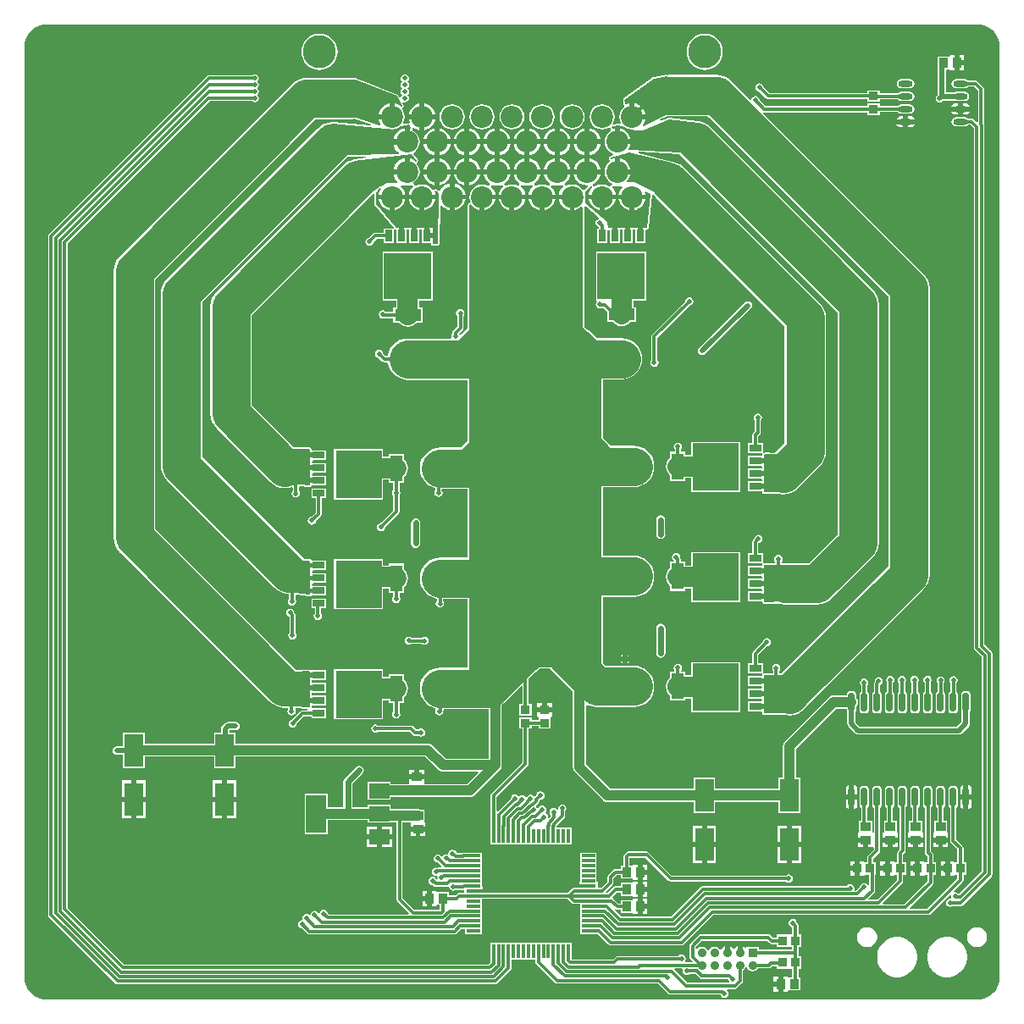
<source format=gtl>
%FSLAX23Y23*%
%MOIN*%
%SFA1B1*%

%IPPOS*%
%AMD15*
4,1,8,-0.005900,-0.037400,0.005900,-0.037400,0.011800,-0.031500,0.011800,0.031500,0.005900,0.037400,-0.005900,0.037400,-0.011800,0.031500,-0.011800,-0.031500,-0.005900,-0.037400,0.0*
1,1,0.011820,-0.005900,-0.031500*
1,1,0.011820,0.005900,-0.031500*
1,1,0.011820,0.005900,0.031500*
1,1,0.011820,-0.005900,0.031500*
%
%ADD11C,0.023620*%
G04~CAMADD=15~8~0.0~0.0~236.2~748.0~59.1~0.0~15~0.0~0.0~0.0~0.0~0~0.0~0.0~0.0~0.0~0~0.0~0.0~0.0~180.0~236.0~748.0*
%ADD15D15*%
%ADD16R,0.047240X0.102360*%
%ADD17R,0.045280X0.027560*%
%ADD18R,0.181100X0.185040*%
%ADD19R,0.037400X0.033470*%
%ADD20R,0.039370X0.035430*%
%ADD21R,0.035430X0.039370*%
%ADD22R,0.033470X0.037400*%
%ADD23R,0.072840X0.127950*%
%ADD24R,0.027560X0.045280*%
%ADD25R,0.185040X0.181100*%
%ADD26R,0.102360X0.047240*%
%ADD27R,0.053150X0.011810*%
%ADD28R,0.011810X0.053150*%
%ADD29O,0.057090X0.023620*%
%ADD30R,0.078740X0.059060*%
%ADD31R,0.078740X0.149610*%
%ADD53C,0.011810*%
%ADD54C,0.019680*%
%ADD55C,0.039370*%
%ADD56C,0.150000*%
%ADD57C,0.078740*%
%ADD58C,0.129920*%
%ADD59C,0.086610*%
%ADD60C,0.035430*%
%ADD61R,0.035430X0.035430*%
%ADD62C,0.020000*%
%LNrev1_0-1*%
%LPD*%
G36*
X3796Y3866D02*
X3813Y3861D01*
X3828Y3853*
X3842Y3842*
X3853Y3828*
X3861Y3813*
X3866Y3796*
X3867Y3780*
X3867Y3779*
Y118*
X3867Y117*
X3866Y100*
X3861Y84*
X3853Y68*
X3842Y55*
X3828Y44*
X3813Y36*
X3796Y31*
X3780Y29*
X3779Y29*
X118*
X117Y29*
X100Y31*
X84Y36*
X68Y44*
X55Y55*
X44Y68*
X36Y84*
X31Y100*
X29Y117*
X29Y118*
Y3779*
X29Y3780*
X31Y3796*
X36Y3813*
X44Y3828*
X55Y3842*
X68Y3853*
X84Y3861*
X100Y3866*
X117Y3867*
X118Y3867*
X3779*
X3780Y3867*
X3796Y3866*
G37*
%LNrev1_0-2*%
%LPC*%
G36*
X3710Y3745D02*
Y3725D01*
X3728*
Y3745*
X3710*
G37*
G36*
X2706Y3831D02*
X2692Y3829D01*
X2679Y3825*
X2667Y3819*
X2656Y3810*
X2647Y3799*
X2640Y3787*
X2636Y3773*
X2635Y3759*
X2636Y3745*
X2640Y3732*
X2647Y3720*
X2656Y3709*
X2667Y3700*
X2679Y3693*
X2692Y3689*
X2706Y3688*
X2720Y3689*
X2733Y3693*
X2746Y3700*
X2757Y3709*
X2765Y3720*
X2772Y3732*
X2776Y3745*
X2778Y3759*
X2776Y3773*
X2772Y3787*
X2765Y3799*
X2757Y3810*
X2746Y3819*
X2733Y3825*
X2720Y3829*
X2706Y3831*
G37*
G36*
X1190D02*
X1177Y3829D01*
X1163Y3825*
X1151Y3819*
X1140Y3810*
X1131Y3799*
X1125Y3787*
X1121Y3773*
X1119Y3759*
X1121Y3745*
X1125Y3732*
X1131Y3720*
X1140Y3709*
X1151Y3700*
X1163Y3693*
X1177Y3689*
X1190Y3688*
X1204Y3689*
X1218Y3693*
X1230Y3700*
X1241Y3709*
X1250Y3720*
X1256Y3732*
X1260Y3745*
X1262Y3759*
X1260Y3773*
X1256Y3787*
X1250Y3799*
X1241Y3810*
X1230Y3819*
X1218Y3825*
X1204Y3829*
X1190Y3831*
G37*
G36*
X3728Y3705D02*
X3710D01*
Y3685*
X3728*
Y3705*
G37*
G36*
X3673Y3745D02*
X3671Y3741D01*
X3668*
X3624*
Y3708*
X3623Y3707*
Y3591*
X3620Y3588*
X3619Y3587*
X3616Y3582*
X3615Y3576*
X3616Y3569*
X3619Y3564*
X3625Y3561*
X3631Y3559*
X3637Y3561*
X3643Y3564*
X3643Y3565*
X3646Y3568*
X3688*
X3689Y3567*
X3696Y3566*
X3729*
X3736Y3567*
X3742Y3571*
X3746Y3577*
X3747Y3584*
X3746Y3591*
X3742Y3597*
X3736Y3601*
X3729Y3602*
X3696*
X3689Y3601*
X3688Y3600*
X3656*
Y3686*
X3659Y3689*
X3671*
X3673Y3685*
X3674*
X3691*
Y3715*
Y3745*
X3674*
X3673*
G37*
G36*
X2558Y3669D02*
X2557Y3669D01*
X2557Y3669*
X2505Y3660*
X2504Y3659*
X2503Y3659*
X2388Y3575*
X2387Y3574*
X2386Y3574*
X2386Y3572*
X2385Y3571*
X2385Y3570*
X2385Y3569*
X2386Y3554*
X2387Y3554*
X2387Y3553*
X2388Y3552*
X2389Y3550*
X2389Y3550*
X2389Y3549*
X2391Y3549*
X2391Y3543*
X2386Y3539*
X2378Y3528*
X2373Y3516*
X2371Y3503*
X2373Y3491*
X2378Y3479*
X2376Y3477*
X2375Y3475*
X2367Y3477*
X2365Y3477*
X2364Y3477*
X2347Y3472*
X2344Y3477*
X2346Y3479*
X2351Y3491*
X2352Y3503*
X2351Y3516*
X2346Y3528*
X2338Y3539*
X2328Y3547*
X2316Y3551*
X2303Y3553*
X2290Y3551*
X2278Y3547*
X2267Y3539*
X2260Y3528*
X2255Y3516*
X2253Y3503*
X2255Y3491*
X2260Y3479*
X2267Y3468*
X2278Y3460*
X2290Y3455*
X2303Y3454*
X2316Y3455*
X2328Y3460*
X2331Y3463*
X2331Y3462*
X2335Y3460*
X2335Y3459*
X2335Y3458*
X2336Y3456*
X2336Y3455*
X2338Y3454*
X2337Y3449*
X2336Y3448*
X2327Y3440*
X2319Y3430*
X2314Y3418*
X2312Y3405*
X2314Y3392*
X2319Y3380*
X2327Y3370*
X2337Y3362*
X2347Y3358*
X2346Y3353*
X2335Y3349*
X2334Y3348*
X2333Y3348*
X2332Y3347*
X2331Y3346*
X2331Y3345*
X2330Y3344*
X2329Y3340*
X2329Y3339*
X2329Y3338*
X2330Y3337*
X2330Y3335*
X2331Y3335*
X2331Y3334*
X2332Y3333*
X2332Y3326*
X2327Y3322*
X2319Y3312*
X2314Y3300*
X2312Y3287*
X2314Y3274*
X2319Y3262*
X2327Y3252*
X2337Y3244*
X2343Y3241*
X2343Y3241*
X2342Y3236*
X2342Y3236*
X2341Y3236*
X2340Y3235*
X2339Y3235*
X2338Y3233*
X2337Y3232*
X2337Y3231*
X2331Y3229*
X2328Y3232*
X2316Y3237*
X2303Y3238*
X2290Y3237*
X2278Y3232*
X2274Y3229*
X2268Y3231*
X2268Y3232*
X2267Y3233*
X2267Y3234*
X2267Y3237*
X2268Y3239*
X2270Y3240*
X2282Y3249*
X2290Y3260*
X2296Y3273*
X2296Y3277*
X2244*
X2191*
X2192Y3273*
X2197Y3260*
X2206Y3249*
X2217Y3240*
X2230Y3235*
X2244Y3233*
X2245Y3233*
X2247Y3229*
X2232Y3215*
X2232Y3215*
X2227Y3215*
X2226Y3216*
X2220Y3224*
X2209Y3232*
X2197Y3237*
X2185Y3238*
X2172Y3237*
X2161Y3232*
X2157Y3234*
X2155Y3235*
X2155Y3236*
X2155Y3236*
X2155Y3241*
X2156Y3243*
X2164Y3249*
X2172Y3260*
X2177Y3273*
X2178Y3277*
X2125*
X2073*
X2074Y3273*
X2079Y3260*
X2087Y3249*
X2095Y3243*
X2096Y3241*
X2096Y3236*
X2096Y3236*
X2096Y3235*
X2094Y3234*
X2090Y3232*
X2079Y3237*
X2066Y3238*
X2054Y3237*
X2043Y3232*
X2039Y3234*
X2037Y3235*
X2037Y3236*
X2037Y3236*
X2037Y3241*
X2038Y3243*
X2045Y3249*
X2054Y3260*
X2059Y3273*
X2060Y3277*
X2007*
X1955*
X1955Y3273*
X1961Y3260*
X1969Y3249*
X1977Y3243*
X1978Y3241*
X1978Y3236*
X1978Y3236*
X1978Y3235*
X1976Y3234*
X1972Y3232*
X1961Y3237*
X1948Y3238*
X1935Y3237*
X1925Y3232*
X1921Y3234*
X1919Y3235*
X1919Y3236*
X1919Y3236*
X1918Y3241*
X1919Y3243*
X1927Y3249*
X1936Y3260*
X1941Y3273*
X1942Y3277*
X1889*
X1837*
X1837Y3273*
X1843Y3260*
X1851Y3249*
X1859Y3243*
X1860Y3241*
X1860Y3236*
X1860Y3236*
X1859Y3235*
X1858Y3234*
X1854Y3232*
X1843Y3237*
X1830Y3238*
X1817Y3237*
X1805Y3232*
X1795Y3224*
X1787Y3213*
X1782Y3201*
X1780Y3188*
X1782Y3176*
X1785Y3170*
X1784Y3169*
X1782Y3164*
X1779Y3163*
X1778Y3162*
X1776Y3162*
X1776Y3161*
X1775Y3160*
X1775Y3158*
X1774Y3157*
Y2672*
X1746Y2643*
X1741Y2645*
X1740Y2648*
X1739Y2650*
X1753Y2664*
X1756Y2668*
X1757Y2673*
Y2720*
X1760Y2724*
X1761Y2730*
X1760Y2737*
X1756Y2742*
X1751Y2745*
X1745Y2747*
X1738Y2745*
X1733Y2742*
X1730Y2737*
X1728Y2730*
X1730Y2724*
X1733Y2720*
Y2678*
X1717Y2662*
X1714Y2658*
X1713Y2653*
Y2652*
X1710Y2648*
X1709Y2641*
X1710Y2636*
X1707Y2631*
X1539*
X1523Y2630*
X1507Y2625*
X1493Y2617*
X1481Y2607*
X1471Y2595*
X1463Y2581*
X1459Y2566*
X1458Y2562*
X1451*
X1441Y2571*
X1440Y2576*
X1437Y2582*
X1432Y2585*
X1425Y2586*
X1419Y2585*
X1414Y2582*
X1410Y2576*
X1409Y2570*
X1410Y2564*
X1414Y2558*
X1419Y2555*
X1424Y2554*
X1437Y2541*
X1441Y2539*
X1445Y2538*
X1458*
X1459Y2534*
X1463Y2519*
X1471Y2505*
X1481Y2492*
X1493Y2482*
X1507Y2475*
X1523Y2470*
X1539Y2468*
X1768*
X1771Y2469*
X1774Y2465*
Y2230*
X1746Y2202*
X1667*
X1651Y2200*
X1635Y2196*
X1621Y2188*
X1609Y2178*
X1599Y2166*
X1591Y2152*
X1587Y2136*
X1585Y2120*
X1587Y2105*
X1591Y2089*
X1599Y2075*
X1609Y2063*
X1621Y2053*
X1635Y2045*
X1647Y2042*
Y2035*
X1644Y2031*
X1642Y2024*
X1644Y2018*
X1647Y2013*
X1652Y2009*
X1659Y2008*
X1665Y2009*
X1670Y2013*
X1674Y2018*
X1675Y2024*
X1674Y2031*
X1671Y2034*
X1673Y2039*
X1774*
Y1769*
X1667*
X1651Y1767*
X1635Y1763*
X1621Y1755*
X1609Y1745*
X1599Y1733*
X1591Y1718*
X1587Y1703*
X1585Y1687*
X1587Y1671*
X1591Y1656*
X1599Y1642*
X1609Y1630*
X1621Y1620*
X1635Y1612*
X1651Y1607*
X1653Y1607*
Y1599*
X1650Y1594*
X1648Y1588*
X1650Y1582*
X1653Y1577*
X1659Y1573*
X1665Y1572*
X1671Y1573*
X1676Y1577*
X1680Y1582*
X1681Y1588*
X1680Y1594*
X1677Y1599*
Y1606*
X1774*
Y1336*
X1667*
X1651Y1334*
X1635Y1329*
X1621Y1322*
X1609Y1312*
X1599Y1299*
X1591Y1285*
X1587Y1270*
X1585Y1254*
X1587Y1238*
X1591Y1223*
X1599Y1209*
X1609Y1197*
X1621Y1187*
X1635Y1179*
X1646Y1176*
X1648Y1171*
X1647Y1170*
X1646Y1164*
X1647Y1158*
X1650Y1153*
X1656Y1149*
X1662Y1148*
X1668Y1149*
X1674Y1153*
X1677Y1158*
X1678Y1164*
X1678Y1165*
X1679Y1169*
X1681Y1173*
X1857*
Y978*
X1686*
X1635Y1030*
X1630Y1034*
X1623Y1036*
X1617Y1037*
X860*
Y1081*
X836*
Y1087*
X838Y1089*
X860*
X861Y1089*
X867Y1090*
X872Y1094*
X876Y1099*
X877Y1105*
X876Y1112*
X872Y1117*
X867Y1120*
X861Y1122*
X860Y1122*
X831*
X825Y1120*
X819Y1117*
X808Y1105*
X804Y1100*
X803Y1094*
Y1081*
X775*
Y1037*
X502*
Y1081*
X417*
Y1025*
X393*
X392Y1025*
X386Y1024*
X380Y1020*
X377Y1015*
X376Y1009*
X377Y1003*
X380Y997*
X386Y994*
X392Y993*
X393Y993*
X417*
Y941*
X502*
Y985*
X775*
Y941*
X860*
Y985*
X1606*
X1657Y934*
X1663Y930*
X1669Y927*
X1676Y926*
X1813*
X1815Y922*
X1772Y878*
X1603*
Y895*
X1543*
Y878*
X1471*
Y887*
X1381*
Y816*
X1471*
Y826*
X1782*
X1789Y827*
X1795Y829*
X1801Y834*
X1901Y934*
X1905Y939*
X1908Y946*
X1908Y952*
Y1190*
X1917Y1197*
X1984Y1264*
X1989Y1262*
Y1192*
X1976*
Y1147*
X2025*
Y1192*
X2013*
Y1293*
X2021Y1301*
X2059Y1332*
X2098*
X2156Y1273*
X2188Y1242*
Y943*
X2189Y937*
X2191Y930*
X2196Y925*
X2306Y814*
X2311Y810*
X2318Y808*
X2324Y807*
X2663*
Y763*
X2747*
Y807*
X2998*
Y763*
X3083*
Y903*
X3066*
Y1016*
X3224Y1174*
X3266*
Y1168*
X3267Y1164*
X3268Y1162*
Y1115*
X3269Y1109*
X3273Y1103*
X3300Y1076*
X3305Y1073*
X3311Y1072*
X3707*
X3713Y1073*
X3719Y1076*
X3746Y1103*
X3749Y1109*
X3750Y1115*
Y1162*
X3751Y1164*
X3752Y1168*
Y1231*
X3751Y1236*
X3749Y1240*
X3745Y1243*
X3740Y1244*
X3728*
X3724Y1243*
X3720Y1240*
X3717Y1236*
X3716Y1231*
Y1168*
X3717Y1164*
X3718Y1162*
Y1122*
X3701Y1104*
X3318*
X3300Y1121*
Y1162*
X3301Y1164*
X3302Y1168*
Y1181*
X3303Y1182*
X3307Y1187*
X3309Y1193*
X3310Y1200*
X3309Y1207*
X3307Y1213*
X3303Y1218*
X3302Y1218*
Y1231*
X3301Y1236*
X3299Y1240*
X3295Y1243*
X3290Y1244*
X3278*
X3274Y1243*
X3270Y1240*
X3267Y1236*
X3266Y1231*
Y1226*
X3213*
X3206Y1225*
X3200Y1222*
X3195Y1218*
X3022Y1045*
X3018Y1040*
X3015Y1034*
X3014Y1027*
Y903*
X2998*
Y859*
X2747*
Y903*
X2663*
Y859*
X2335*
X2240Y954*
Y1188*
X2244Y1191*
X2252Y1187*
X2267Y1182*
X2283Y1181*
X2427*
X2443Y1182*
X2458Y1187*
X2472Y1194*
X2484Y1204*
X2495Y1217*
X2502Y1231*
X2507Y1246*
X2508Y1262*
X2507Y1278*
X2502Y1293*
X2495Y1307*
X2484Y1320*
X2472Y1330*
X2458Y1337*
X2443Y1342*
X2427Y1343*
X2317*
X2306Y1353*
Y1614*
X2427*
X2443Y1615*
X2458Y1620*
X2472Y1627*
X2484Y1637*
X2495Y1650*
X2502Y1664*
X2507Y1679*
X2508Y1695*
X2507Y1711*
X2502Y1726*
X2495Y1740*
X2484Y1753*
X2472Y1763*
X2458Y1770*
X2443Y1775*
X2427Y1776*
X2306*
Y2047*
X2427*
X2443Y2048*
X2458Y2053*
X2472Y2060*
X2484Y2071*
X2495Y2083*
X2502Y2097*
X2507Y2112*
X2508Y2128*
X2507Y2144*
X2502Y2159*
X2495Y2173*
X2484Y2186*
X2472Y2196*
X2458Y2203*
X2443Y2208*
X2427Y2210*
X2336*
X2306Y2240*
Y2470*
X2379*
X2395Y2472*
X2410Y2476*
X2424Y2484*
X2437Y2494*
X2447Y2506*
X2454Y2520*
X2459Y2535*
X2460Y2551*
X2459Y2567*
X2454Y2583*
X2447Y2597*
X2437Y2609*
X2424Y2619*
X2410Y2627*
X2395Y2631*
X2379Y2633*
X2282*
X2262Y2654*
X2249Y2664*
X2242Y2667*
X2233Y2677*
Y3147*
X2235Y3152*
X2235Y3152*
X2237Y3153*
X2291Y3107*
X2290Y3102*
X2287Y3101*
X2282Y3098*
X2278Y3093*
X2277Y3086*
X2278Y3080*
X2282Y3075*
X2287Y3071*
X2289Y3071*
X2290Y3070*
Y3063*
X2282*
Y3006*
X2322*
Y3057*
X2325Y3061*
X2327Y3061*
X2332Y3058*
Y3006*
X2372*
Y3056*
X2373Y3059*
X2378Y3061*
X2382Y3059*
X2382Y3056*
Y3006*
X2422*
Y3056*
X2423Y3059*
X2428Y3061*
X2432Y3059*
X2432Y3056*
Y3006*
X2472*
Y3058*
X2477Y3061*
X2481Y3061*
X2483Y3062*
X2485Y3062*
X2485Y3062*
X2485Y3062*
X2486Y3065*
X2487Y3067*
X2499Y3196*
X2502Y3197*
X2505Y3198*
X2514Y3186*
X3021Y2679*
Y2219*
X2983Y2181*
X2944Y2182*
X2943Y2182*
X2943Y2182*
X2941Y2181*
X2940Y2180*
X2936Y2182*
X2935Y2183*
Y2185*
Y2220*
X2918*
Y2247*
X2924Y2253*
X2927Y2256*
X2928Y2261*
Y2309*
X2931Y2313*
X2932Y2319*
X2931Y2326*
X2927Y2331*
X2922Y2334*
X2916Y2336*
X2910Y2334*
X2904Y2331*
X2901Y2326*
X2899Y2319*
X2901Y2313*
X2904Y2309*
Y2266*
X2898Y2260*
X2895Y2256*
X2894Y2252*
Y2220*
X2878*
Y2180*
X2931*
X2931*
X2933*
X2935Y2175*
X2934Y2175*
X2933Y2172*
X2933Y2170*
Y2170*
X2878*
Y2130*
X2928*
X2931Y2130*
X2932Y2124*
X2930Y2121*
X2928Y2120*
X2878*
Y2080*
X2928*
X2931Y2080*
X2932Y2074*
X2930Y2071*
X2928Y2070*
X2878*
Y2030*
X2933*
Y2026*
X2933Y2025*
X2934Y2023*
X2934Y2022*
X2934Y2022*
X2936Y2021*
X2938Y2020*
X2943Y2019*
X2943Y2019*
X2944Y2019*
X3000*
X3016Y2018*
X3031Y2019*
X3047Y2024*
X3061Y2031*
X3073Y2042*
X3160Y2128*
X3170Y2141*
X3177Y2155*
X3182Y2170*
X3184Y2186*
Y2713*
X3182Y2729*
X3177Y2744*
X3170Y2758*
X3160Y2771*
X2629Y3301*
X2617Y3311*
X2616Y3312*
X2615Y3313*
X2614Y3314*
X2613Y3314*
X2613Y3315*
X2604Y3318*
X2603Y3319*
X2601Y3319*
X2579Y3328*
X2579Y3328*
X2578Y3328*
X2445Y3361*
X2446Y3366*
X2607Y3358*
X2614Y3349*
X3229Y2734*
Y1860*
X3115Y1746*
X3024*
X3013Y1745*
X3009Y1748*
Y1754*
X3012Y1758*
X3013Y1764*
X3012Y1771*
X3008Y1776*
X3003Y1779*
X2997Y1781*
X2990Y1779*
X2985Y1776*
X2981Y1771*
X2980Y1764*
X2981Y1758*
X2984Y1754*
Y1746*
X2940*
X2936Y1749*
X2935Y1750*
Y1750*
Y1787*
X2918*
Y1826*
X2919Y1827*
X2924Y1828*
X2930Y1831*
X2933Y1836*
X2934Y1843*
X2933Y1849*
X2930Y1854*
X2924Y1858*
X2918Y1859*
X2912Y1858*
X2907Y1854*
X2903Y1849*
X2902Y1844*
X2898Y1840*
X2895Y1836*
X2894Y1831*
Y1787*
X2878*
Y1747*
X2931*
X2931*
X2931*
X2932Y1746*
X2933Y1742*
X2933Y1740*
Y1737*
X2878*
Y1697*
X2928*
X2931Y1697*
X2932Y1691*
X2930Y1688*
X2928Y1687*
X2878*
Y1647*
X2928*
X2931Y1647*
X2932Y1641*
X2930Y1638*
X2928Y1637*
X2878*
Y1597*
X2933*
Y1597*
X2933Y1595*
X2934Y1593*
X2939Y1588*
X2939Y1588*
X2939Y1587*
X2941Y1587*
X2943Y1586*
X2944Y1586*
X2944Y1586*
X2998Y1588*
X3008Y1585*
X3024Y1583*
X3148*
X3164Y1585*
X3180Y1589*
X3194Y1597*
X3206Y1607*
X3368Y1769*
X3378Y1781*
X3385Y1795*
X3390Y1811*
X3392Y1827*
Y2767*
X3390Y2783*
X3385Y2798*
X3378Y2813*
X3368Y2825*
X2729Y3464*
X2717Y3474*
X2703Y3481*
X2687Y3486*
X2681Y3487*
X2680Y3487*
X2566Y3501*
X2564Y3500*
X2563Y3500*
X2534Y3488*
X2531Y3492*
X2559Y3507*
X2568Y3506*
X2718*
X3429Y2795*
Y1735*
X3007Y1313*
X3000*
Y1323*
X3003Y1328*
X3004Y1334*
X3003Y1340*
X2999Y1345*
X2994Y1349*
X2988Y1350*
X2982Y1349*
X2976Y1345*
X2973Y1340*
X2972Y1334*
X2973Y1328*
X2976Y1323*
Y1313*
X2941*
X2937Y1315*
Y1315*
Y1315*
X2935Y1316*
Y1318*
Y1354*
X2918*
Y1386*
X2952Y1420*
X2958Y1421*
X2963Y1424*
X2966Y1430*
X2968Y1436*
X2966Y1442*
X2963Y1447*
X2958Y1451*
X2951Y1452*
X2945Y1451*
X2940Y1447*
X2936Y1442*
X2935Y1437*
X2898Y1399*
X2895Y1396*
X2894Y1391*
Y1354*
X2878*
Y1314*
X2931*
X2931*
X2933Y1312*
X2933Y1307*
X2933Y1306*
Y1304*
X2878*
Y1264*
X2928*
X2931Y1263*
X2932Y1258*
X2930Y1255*
X2928Y1254*
X2878*
Y1214*
X2928*
X2931Y1213*
X2932Y1208*
X2930Y1205*
X2928Y1204*
X2878*
Y1164*
X2930*
X2932Y1161*
X2933Y1159*
X2933Y1159*
X2933Y1155*
X2934Y1153*
X2935Y1151*
X2936Y1151*
X2936Y1150*
X2938Y1150*
X2940Y1149*
X3028*
X3041Y1148*
X3057Y1149*
X3072Y1154*
X3086Y1162*
X3098Y1172*
X3109Y1184*
X3109Y1184*
X3568Y1644*
X3578Y1656*
X3586Y1670*
X3590Y1685*
X3592Y1701*
Y2829*
X3590Y2845*
X3586Y2860*
X3578Y2874*
X3568Y2887*
X2937Y3517*
X2940Y3522*
X2941Y3521*
X3345*
Y3511*
X3395*
Y3522*
X3468*
X3468Y3521*
X3474Y3517*
X3481Y3516*
X3515*
X3521Y3517*
X3527Y3521*
X3531Y3527*
X3533Y3534*
X3531Y3541*
X3527Y3547*
X3521Y3551*
X3515Y3552*
X3481*
X3474Y3551*
X3468Y3547*
X3468Y3546*
X3395*
Y3556*
X3345*
Y3546*
X2946*
X2923Y3570*
X2921Y3575*
X2918Y3580*
X2913Y3584*
X2906Y3585*
X2900Y3584*
X2895Y3580*
X2891Y3575*
X2891Y3571*
X2885Y3569*
X2810Y3645*
X2797Y3655*
X2783Y3662*
X2768Y3667*
X2752Y3669*
X2568*
X2561Y3668*
X2560Y3668*
X2558Y3669*
G37*
G36*
X936Y3671D02*
X930Y3670D01*
X925Y3667*
X756*
X756*
X752Y3666*
X748Y3663*
X126Y3042*
X123Y3038*
X122Y3033*
Y363*
X123Y358*
X126Y354*
X386Y94*
X390Y91*
X395Y90*
X1883*
X1888Y91*
X1891Y94*
X1943Y145*
X1945Y149*
X1946Y153*
Y188*
X2040*
Y177*
X2041Y172*
X2043Y168*
X2116Y95*
X2120Y93*
X2125Y92*
X2522*
X2562Y52*
X2566Y49*
X2570Y49*
X2769*
X2769Y46*
X2773Y41*
X2778Y38*
X2784Y36*
X2791Y38*
X2796Y41*
X2800Y46*
X2801Y53*
X2800Y59*
X2796Y64*
X2793Y66*
X2795Y71*
X2826*
X2830Y72*
X2834Y75*
X2854Y94*
X2856Y98*
X2857Y103*
Y143*
X2862Y147*
X2867Y155*
X2867Y155*
X2873*
X2873Y155*
X2878Y147*
X2886Y142*
X2895Y140*
X2904Y142*
X2912Y147*
X2915Y152*
X2960*
X2964Y153*
X2968Y155*
X2973Y160*
X2989*
Y151*
X3035*
Y196*
X3037Y197*
X3040Y196*
Y151*
X3051*
Y120*
X3047Y117*
X3036*
X3033Y121*
X3033*
X3016*
Y91*
Y61*
X3033*
X3033*
X3036Y65*
X3038*
X3083*
Y117*
X3075*
Y151*
X3086*
Y200*
X3075*
Y218*
Y236*
X3086*
Y285*
X3075*
Y320*
X3074Y325*
X3072Y329*
X3069Y331*
X3068Y336*
X3065Y342*
X3059Y345*
X3053Y346*
X3047Y345*
X3042Y342*
X3038Y336*
X3037Y330*
X3038Y324*
X3042Y319*
X3047Y315*
X3051Y314*
Y285*
X3040*
Y236*
X3051*
Y226*
X2919*
Y238*
X2871*
Y233*
X2866Y232*
X2865Y234*
X2859Y238*
X2855Y240*
Y214*
X2835*
Y240*
X2831Y238*
X2825Y234*
X2823Y231*
X2817*
X2815Y234*
X2809Y238*
X2805Y240*
Y214*
X2785*
Y240*
X2781Y238*
X2775Y234*
X2771Y228*
X2771Y227*
X2765Y227*
X2762Y231*
X2754Y236*
X2745Y238*
X2736Y236*
X2728Y231*
X2723Y223*
X2723Y223*
X2717*
X2717Y223*
X2712Y231*
X2704Y236*
X2695Y238*
X2686Y236*
X2678Y231*
X2676Y228*
X2671Y229*
Y236*
X2696Y261*
X2952*
X2961Y252*
X2965Y249*
X2970Y248*
X2989*
Y236*
X3035*
Y285*
X2989*
Y273*
X2975*
X2965Y282*
X2961Y285*
X2957Y286*
X2691*
X2686Y285*
X2683Y282*
X2650Y250*
X2647Y246*
X2647Y241*
Y198*
X2647Y194*
X2650Y190*
X2659Y181*
X2657Y176*
X2631*
X2629Y181*
X2631Y184*
X2632Y190*
X2631Y196*
X2627Y202*
X2622Y205*
X2615Y207*
X2609Y205*
X2604Y202*
X2604Y201*
X2364*
X2360Y200*
X2356Y198*
X2345Y187*
X2183*
X2182Y188*
Y221*
X2182Y222*
Y253*
X1863*
Y222*
X1863Y221*
Y175*
X1856Y168*
X422*
X200Y390*
Y3006*
X759Y3565*
X925*
X930Y3562*
X936Y3561*
X942Y3562*
X947Y3565*
X951Y3571*
X952Y3577*
X951Y3583*
X947Y3588*
Y3591*
X951Y3597*
X952Y3603*
X951Y3609*
X947Y3614*
Y3617*
X951Y3623*
X952Y3629*
X951Y3635*
X947Y3640*
Y3643*
X951Y3649*
X952Y3655*
X951Y3661*
X947Y3666*
X942Y3670*
X936Y3671*
G37*
G36*
X3515Y3652D02*
X3481D01*
X3474Y3651*
X3468Y3647*
X3464Y3641*
X3463Y3634*
X3464Y3627*
X3468Y3621*
X3474Y3617*
X3481Y3616*
X3515*
X3521Y3617*
X3527Y3621*
X3531Y3627*
X3533Y3634*
X3531Y3641*
X3527Y3647*
X3521Y3651*
X3515Y3652*
G37*
G36*
X1527Y3671D02*
X1520Y3670D01*
X1515Y3666*
X1511Y3661*
X1510Y3655*
X1511Y3649*
X1515Y3643*
Y3640*
X1511Y3635*
X1510Y3629*
X1511Y3623*
X1515Y3617*
Y3614*
X1511Y3609*
X1510Y3603*
X1511Y3597*
X1515Y3591*
Y3588*
X1511Y3583*
X1511Y3579*
X1505Y3578*
X1500Y3588*
X1499Y3589*
X1497Y3591*
X1355Y3647*
X1348Y3651*
X1338Y3654*
X1335Y3655*
X1335Y3655*
X1334Y3656*
X1334Y3655*
X1333Y3656*
X1317Y3657*
X1141*
X1125Y3656*
X1110Y3651*
X1096Y3644*
X1084Y3633*
X404Y2954*
X394Y2942*
X387Y2927*
X382Y2912*
X380Y2896*
Y1849*
X382Y1833*
X387Y1818*
X394Y1804*
X404Y1791*
X993Y1202*
X1006Y1192*
X1020Y1185*
X1035Y1180*
X1051Y1178*
X1052Y1178*
X1065Y1178*
X1067Y1173*
X1066Y1170*
X1064Y1164*
X1066Y1158*
X1069Y1153*
X1074Y1149*
X1081Y1148*
X1087Y1149*
X1092Y1153*
X1096Y1158*
X1097Y1164*
X1096Y1170*
X1095Y1171*
X1098Y1176*
X1143Y1173*
X1143Y1168*
X1124*
X1120Y1167*
X1116Y1164*
X1084Y1132*
X1079Y1131*
X1073Y1128*
X1070Y1122*
X1069Y1116*
X1070Y1110*
X1073Y1105*
X1079Y1101*
X1085Y1100*
X1091Y1101*
X1096Y1105*
X1100Y1110*
X1101Y1115*
X1129Y1143*
X1159*
Y1136*
X1216*
Y1175*
X1163*
X1161Y1177*
X1160Y1180*
X1160Y1181*
X1161Y1183*
Y1186*
X1216*
Y1225*
X1166*
X1161Y1227*
Y1229*
Y1232*
Y1236*
X1216*
Y1275*
X1166*
X1161Y1277*
Y1279*
Y1282*
Y1286*
X1216*
Y1325*
X1159*
X1155Y1327*
X1153Y1327*
X1151Y1328*
X1151Y1328*
X1151Y1328*
X1100Y1326*
X543Y1883*
Y2863*
X1175Y3494*
X1317*
X1325Y3495*
X1393Y3474*
X1392Y3469*
X1242Y3483*
X1241Y3483*
X1240Y3483*
X1228Y3480*
X1224Y3480*
X1214Y3477*
X1207Y3475*
X1206Y3475*
X1206Y3475*
X1204Y3473*
X1203Y3473*
X1194Y3468*
X1182Y3458*
X590Y2865*
X579Y2853*
X572Y2839*
X567Y2823*
X566Y2808*
Y2131*
Y2131*
X567Y2116*
X572Y2100*
X579Y2086*
X590Y2074*
X1014Y1650*
X1026Y1640*
X1040Y1632*
X1055Y1628*
X1071Y1626*
Y1607*
X1068Y1603*
X1067Y1597*
X1068Y1590*
X1071Y1585*
X1077Y1581*
X1083Y1580*
X1089Y1581*
X1094Y1585*
X1098Y1590*
X1099Y1597*
X1098Y1603*
X1095Y1607*
Y1619*
X1099Y1623*
X1150Y1615*
X1150Y1616*
X1150Y1615*
X1152Y1616*
X1155Y1617*
X1159Y1619*
X1216*
Y1658*
X1166*
X1163Y1659*
X1161Y1664*
X1163Y1668*
X1166Y1669*
X1216*
Y1708*
X1166*
X1163Y1709*
X1161Y1714*
X1163Y1718*
X1166Y1719*
X1216*
Y1758*
X1159*
X1159Y1759*
X1159Y1759*
X1159Y1759*
X1155Y1763*
X1155Y1763*
X1155Y1763*
X1153Y1764*
X1151Y1764*
X1151Y1764*
X1151Y1764*
X1130Y1763*
X1129Y1765*
X729Y2165*
Y2774*
X1297Y3343*
X1300Y3346*
X1372Y3347*
X1372Y3342*
X1327Y3337*
X1326Y3337*
X1325Y3337*
X1324Y3335*
X1322Y3334*
X1322Y3334*
X1308Y3330*
X1294Y3322*
X1282Y3312*
X785Y2815*
X775Y2803*
X767Y2789*
X763Y2774*
X761Y2758*
Y2336*
X763Y2320*
X767Y2304*
X775Y2290*
X785Y2278*
X997Y2066*
X1009Y2056*
X1023Y2048*
X1038Y2044*
X1054Y2042*
X1070Y2044*
X1081Y2047*
X1085Y2044*
Y2032*
X1082Y2027*
X1080Y2021*
X1082Y2015*
X1085Y2010*
X1090Y2006*
X1097Y2005*
X1103Y2006*
X1108Y2010*
X1112Y2015*
X1113Y2021*
X1112Y2027*
X1109Y2032*
Y2047*
X1112Y2051*
X1150Y2047*
X1150Y2047*
X1151Y2047*
X1153Y2048*
X1155Y2049*
X1155Y2049*
X1155Y2049*
X1159Y2052*
X1216*
Y2091*
X1166*
X1163Y2092*
X1161Y2098*
X1163Y2101*
X1166Y2102*
X1216*
Y2141*
X1166*
X1163Y2142*
X1161Y2148*
X1163Y2151*
X1166Y2152*
X1216*
Y2191*
X1161*
X1160Y2194*
X1159Y2196*
X1155Y2201*
X1154Y2201*
X1154Y2201*
X1152Y2202*
X1150Y2203*
X1150Y2203*
X1150Y2203*
X1091Y2202*
X924Y2369*
Y2724*
X1397Y3197*
X1402Y3203*
X1406Y3202*
X1407Y3201*
Y3161*
X1408Y3159*
X1408Y3157*
X1483Y3068*
X1483Y3066*
X1480Y3063*
X1443*
Y3047*
X1410*
X1405Y3046*
X1401Y3043*
X1386Y3028*
X1380Y3027*
X1375Y3023*
X1372Y3018*
X1370Y3012*
X1372Y3005*
X1375Y3000*
X1380Y2997*
X1387Y2995*
X1393Y2997*
X1398Y3000*
X1402Y3005*
X1403Y3011*
X1415Y3023*
X1443*
Y3006*
X1483*
Y3059*
X1483Y3059*
X1488Y3062*
X1488Y3062*
X1490Y3061*
X1493*
Y3006*
X1533*
Y3056*
X1534Y3061*
X1537Y3061*
X1539*
Y3061*
X1543*
Y3006*
X1583*
Y3056*
X1584Y3061*
X1587Y3061*
X1589*
Y3061*
X1593*
Y3006*
X1630*
Y3003*
X1631Y3000*
X1632Y2998*
X1632Y2998*
X1635Y2997*
X1637Y2996*
X1655Y2996*
X1657Y2997*
X1660Y2998*
X1660Y2998*
X1660Y2998*
X1661Y3000*
X1662Y3002*
X1665Y3154*
X1670Y3156*
X1674Y3150*
X1685Y3142*
X1698Y3137*
X1702Y3136*
Y3188*
Y3241*
X1698Y3240*
X1685Y3235*
X1674Y3226*
X1666Y3215*
X1665Y3214*
X1661Y3213*
X1659Y3213*
X1658Y3214*
X1650Y3219*
X1649Y3219*
X1647Y3219*
X1646Y3219*
X1645Y3219*
X1644Y3218*
X1643Y3218*
X1641Y3216*
X1635Y3216*
X1635Y3217*
X1629Y3224*
X1619Y3232*
X1607Y3237*
X1594Y3238*
X1581Y3237*
X1570Y3232*
X1566Y3233*
X1565Y3234*
X1564Y3236*
X1563Y3237*
X1562Y3239*
X1561Y3239*
X1561Y3239*
X1561Y3240*
X1561Y3244*
X1561Y3245*
X1570Y3252*
X1578Y3262*
X1583Y3274*
X1585Y3287*
X1583Y3300*
X1578Y3312*
X1573Y3318*
X1574Y3323*
X1578Y3327*
X1578Y3329*
X1579Y3331*
X1579Y3331*
X1579Y3331*
X1579Y3333*
X1578Y3335*
X1561Y3357*
X1560Y3358*
X1562Y3363*
X1570Y3370*
X1578Y3380*
X1583Y3392*
X1585Y3405*
X1583Y3418*
X1578Y3430*
X1570Y3440*
X1560Y3448*
X1556Y3450*
X1555Y3456*
X1556Y3457*
X1557Y3458*
X1557Y3459*
X1562Y3461*
X1567Y3457*
X1580Y3452*
X1584Y3451*
Y3494*
X1542*
X1542Y3490*
X1545Y3483*
X1545Y3483*
X1544Y3481*
X1541Y3478*
X1522Y3475*
X1519Y3480*
X1524Y3491*
X1526Y3503*
X1524Y3516*
X1519Y3528*
X1516Y3533*
X1515Y3533*
X1516Y3538*
X1520Y3542*
X1521Y3543*
X1522Y3545*
X1522Y3545*
X1522Y3546*
X1521Y3548*
X1521Y3550*
X1516Y3558*
X1520Y3562*
X1520Y3562*
X1527Y3561*
X1533Y3562*
X1538Y3565*
X1542Y3571*
X1543Y3577*
X1542Y3583*
X1538Y3588*
Y3591*
X1542Y3597*
X1543Y3603*
X1542Y3609*
X1538Y3614*
Y3617*
X1542Y3623*
X1543Y3629*
X1542Y3635*
X1538Y3640*
Y3643*
X1542Y3649*
X1543Y3655*
X1542Y3661*
X1538Y3666*
X1533Y3670*
X1527Y3671*
G37*
G36*
X2922Y3636D02*
X2916Y3634D01*
X2911Y3631*
X2907Y3626*
X2906Y3619*
X2907Y3613*
X2911Y3608*
X2916Y3604*
X2921Y3603*
X2948Y3576*
X2952Y3574*
X2957Y3573*
X3345*
Y3562*
X3395*
Y3572*
X3468*
X3468Y3571*
X3474Y3567*
X3481Y3566*
X3515*
X3521Y3567*
X3527Y3571*
X3531Y3577*
X3533Y3584*
X3531Y3591*
X3527Y3597*
X3521Y3601*
X3515Y3602*
X3481*
X3474Y3601*
X3468Y3597*
X3468Y3597*
X3395*
Y3608*
X3345*
Y3597*
X2962*
X2938Y3620*
X2937Y3626*
X2934Y3631*
X2928Y3634*
X2922Y3636*
G37*
G36*
X3729Y3556D02*
X3722D01*
Y3544*
X3749*
X3745Y3550*
X3738Y3555*
X3729Y3556*
G37*
G36*
X3703D02*
X3696D01*
X3687Y3555*
X3680Y3550*
X3676Y3544*
X3703*
Y3556*
G37*
G36*
X1604Y3556D02*
Y3513D01*
X1646*
X1646Y3517*
X1641Y3530*
X1632Y3541*
X1621Y3550*
X1608Y3555*
X1604Y3556*
G37*
G36*
X1584D02*
X1580Y3555D01*
X1567Y3550*
X1556Y3541*
X1547Y3530*
X1542Y3517*
X1542Y3513*
X1584*
Y3556*
G37*
G36*
X3749Y3524D02*
X3722D01*
Y3512*
X3729*
X3738Y3514*
X3745Y3518*
X3749Y3524*
G37*
G36*
X3703D02*
X3676D01*
X3680Y3518*
X3687Y3514*
X3696Y3512*
X3703*
Y3524*
G37*
G36*
X3515Y3506D02*
X3508D01*
Y3494*
X3534*
X3530Y3500*
X3523Y3505*
X3515Y3506*
G37*
G36*
X3488D02*
X3481D01*
X3473Y3505*
X3465Y3500*
X3461Y3494*
X3488*
Y3506*
G37*
G36*
X3729Y3652D02*
X3696D01*
X3689Y3651*
X3683Y3647*
X3679Y3641*
X3677Y3634*
X3679Y3627*
X3683Y3621*
X3689Y3617*
X3696Y3616*
X3729*
X3736Y3617*
X3742Y3621*
X3742Y3622*
X3767*
X3782Y3607*
Y3483*
X3777Y3481*
X3766Y3493*
X3762Y3495*
X3757Y3496*
X3757*
X3742*
X3742Y3497*
X3736Y3501*
X3729Y3502*
X3696*
X3689Y3501*
X3683Y3497*
X3679Y3491*
X3677Y3484*
X3679Y3477*
X3683Y3471*
X3689Y3467*
X3696Y3466*
X3729*
X3736Y3467*
X3742Y3471*
X3742Y3472*
X3752*
X3766Y3458*
Y1414*
X3767Y1409*
X3770Y1405*
X3796Y1378*
Y535*
X3709Y447*
X3703Y447*
X3698Y451*
X3692Y452*
X3688Y451*
X3686Y456*
X3721Y491*
X3724Y495*
X3725Y500*
Y520*
X3736*
Y569*
X3725*
Y626*
X3724Y630*
X3721Y634*
X3696Y659*
Y784*
X3699Y786*
X3701Y790*
X3702Y794*
Y857*
X3701Y862*
X3699Y866*
X3695Y869*
X3690Y870*
X3678*
X3674Y869*
X3670Y866*
X3667Y862*
X3666Y857*
Y794*
X3667Y790*
X3670Y786*
X3672Y784*
Y654*
X3673Y650*
X3676Y646*
X3701Y621*
Y573*
X3697Y569*
X3691*
X3688Y573*
X3688*
X3672*
Y545*
Y516*
X3688*
X3688*
X3691Y520*
X3693*
X3701*
Y505*
X3582Y386*
X3515*
X3513Y391*
X3603Y481*
X3606Y485*
X3607Y490*
Y520*
X3617*
Y569*
X3607*
Y599*
X3606Y603*
X3603Y607*
X3598Y613*
Y785*
X3599Y786*
X3601Y790*
X3602Y794*
Y857*
X3601Y862*
X3599Y866*
X3595Y869*
X3590Y870*
X3578*
X3574Y869*
X3570Y866*
X3567Y862*
X3566Y857*
Y794*
X3567Y790*
X3570Y786*
X3573Y783*
Y608*
X3574Y603*
X3577Y599*
X3582Y594*
Y573*
X3579Y569*
X3573*
X3570Y573*
X3569*
X3553*
Y545*
Y516*
X3569*
X3570*
X3573Y520*
X3575*
X3582*
Y495*
X3491Y404*
X3409*
X3407Y409*
X3485Y487*
X3488Y491*
X3488Y496*
Y520*
X3499*
Y569*
X3488*
Y600*
X3495Y607*
X3497Y610*
X3498Y615*
Y785*
X3499Y786*
X3501Y790*
X3502Y794*
Y857*
X3501Y862*
X3499Y866*
X3495Y869*
X3490Y870*
X3478*
X3474Y869*
X3470Y866*
X3467Y862*
X3466Y857*
Y794*
X3467Y790*
X3470Y786*
X3474Y783*
X3474Y783*
Y620*
X3468Y614*
X3465Y610*
X3464Y606*
Y573*
X3461Y569*
X3454*
X3452Y573*
X3451*
X3435*
Y545*
Y516*
X3451*
X3452*
X3454Y520*
X3457*
X3464*
Y501*
X3385Y422*
X3352*
X3350Y426*
X3373Y450*
Y450*
X3376Y454*
X3377Y458*
Y520*
X3381*
Y569*
X3370*
Y584*
X3393Y606*
X3395Y610*
X3396Y615*
Y784*
X3399Y786*
X3401Y790*
X3402Y794*
Y857*
X3401Y862*
X3399Y866*
X3395Y869*
X3390Y870*
X3378*
X3374Y869*
X3370Y866*
X3367Y862*
X3366Y857*
Y794*
X3367Y790*
X3370Y786*
X3372Y784*
Y689*
X3370Y687*
X3366Y690*
Y734*
X3346*
Y784*
X3349Y786*
X3351Y790*
X3352Y794*
Y857*
X3351Y862*
X3349Y866*
X3345Y869*
X3340Y870*
X3328*
X3324Y869*
X3320Y866*
X3317Y862*
X3316Y857*
Y794*
X3317Y790*
X3320Y786*
X3322Y784*
Y734*
X3314*
Y687*
X3310Y685*
Y684*
Y667*
X3340*
Y657*
X3350*
Y630*
X3367*
X3370*
X3372Y626*
Y620*
X3349Y597*
X3347Y593*
X3346Y589*
Y573*
X3342Y569*
X3336*
X3334Y573*
X3333*
X3317*
Y545*
Y516*
X3333*
X3334*
X3336Y520*
X3339*
X3353*
Y480*
X3348Y479*
X3345Y483*
X3339Y487*
X3333Y488*
X3327Y487*
X3322Y483*
X3318Y478*
X3317Y473*
X3302Y457*
X3297*
X3295Y462*
X3296Y468*
X3294Y474*
X3291Y479*
X3286Y483*
X3279Y484*
X3273Y483*
X3268Y479*
X3265Y475*
X2699*
X2694Y474*
X2690Y472*
X2574Y355*
X2379*
X2352Y382*
X2356Y385*
X2357Y384*
X2362Y383*
X2375*
Y370*
X2422*
X2424Y366*
X2425*
X2442*
Y396*
Y425*
X2425*
X2424*
X2422Y421*
X2419*
X2375*
Y408*
X2367*
X2348Y426*
X2345Y428*
X2344Y434*
X2361Y451*
X2375*
Y437*
X2422*
X2424Y433*
X2425*
X2442*
Y463*
Y493*
X2425*
X2424*
X2422Y489*
X2419*
X2375*
Y475*
X2356*
X2351Y474*
X2348Y472*
X2325Y450*
X2320*
X2318Y454*
X2344Y481*
X2347Y485*
X2348Y489*
Y507*
X2360Y519*
X2375*
Y505*
X2422*
X2424Y501*
X2425*
X2442*
Y531*
Y561*
X2425*
X2424*
X2422Y557*
X2419*
X2411*
Y587*
X2474*
X2564Y497*
X2568Y495*
X2573Y494*
X3026*
X3030Y491*
X3037Y489*
X3043Y491*
X3048Y494*
X3052Y500*
X3053Y506*
X3052Y512*
X3048Y517*
X3043Y521*
X3037Y522*
X3030Y521*
X3026Y518*
X2578*
X2487Y608*
X2484Y611*
X2479Y612*
X2406*
X2401Y611*
X2397Y608*
X2390Y601*
X2388Y597*
X2387Y593*
X2387*
Y557*
X2375*
Y543*
X2355*
X2350Y542*
X2346Y539*
X2346*
X2327Y521*
X2325Y517*
X2324Y512*
Y494*
X2299Y469*
X2285*
Y493*
X2281*
Y524*
Y563*
Y607*
X2216*
Y583*
Y544*
Y493*
X2212*
Y469*
X2193*
X2188Y468*
X2184Y466*
X2168Y450*
X1833*
Y473*
X1829*
Y524*
Y563*
Y607*
X1797*
X1796Y607*
X1758*
X1755Y606*
X1731*
X1730Y607*
X1729Y610*
X1726Y615*
X1721Y618*
X1714Y620*
X1708Y618*
X1703Y615*
X1699Y610*
X1698Y604*
X1698Y603*
X1694Y601*
X1690Y601*
X1684Y600*
X1678Y596*
X1676Y593*
X1676Y593*
X1670Y593*
X1668Y597*
X1663Y600*
X1656Y601*
X1650Y600*
X1645Y597*
X1641Y591*
X1640Y585*
X1641Y579*
X1645Y574*
X1650Y570*
X1655Y569*
X1671Y554*
X1669Y549*
X1656*
X1652Y548*
X1649Y549*
X1643Y547*
X1637Y544*
X1634Y539*
X1633Y532*
X1634Y526*
X1637Y521*
X1643Y517*
X1649Y516*
X1650Y516*
X1655Y512*
X1654Y511*
X1655Y506*
X1653Y503*
X1652Y502*
X1651Y503*
X1647Y508*
X1642Y512*
X1635Y513*
X1629Y512*
X1624Y508*
X1620Y503*
X1619Y496*
X1620Y490*
X1624Y485*
X1629Y481*
X1635Y480*
X1637Y480*
X1640Y477*
X1644Y474*
X1649Y473*
X1693*
X1693*
X1697Y474*
X1697Y474*
X1701Y472*
X1702Y471*
X1703Y467*
X1707Y462*
X1712Y459*
X1718Y457*
X1724Y459*
X1729Y461*
X1756*
X1756Y462*
X1760Y458*
Y450*
X1741*
X1736Y449*
X1732Y446*
X1726Y440*
X1700*
Y454*
X1653*
X1651Y458*
X1650*
X1633*
Y428*
Y398*
X1650*
X1651*
X1653Y402*
X1656*
X1664*
Y382*
X1564*
X1518Y427*
Y727*
X1549*
Y709*
X1579*
X1608*
Y727*
X1604Y729*
Y751*
X1604Y753*
X1604Y754*
Y777*
X1588*
X1585Y778*
X1579Y779*
X1471*
Y796*
X1381*
Y787*
X1320*
Y880*
X1359Y919*
X1363Y925*
X1365Y932*
X1363Y938*
X1359Y944*
X1353Y948*
X1346Y950*
X1339Y948*
X1334Y944*
X1289Y900*
X1285Y894*
X1284Y887*
Y787*
X1223*
Y841*
X1133*
Y680*
X1223*
Y735*
X1381*
Y725*
X1471*
Y727*
X1494*
Y422*
X1495Y418*
X1498Y414*
X1543Y369*
X1541Y364*
X1228*
X1223Y369*
X1222Y374*
X1218Y379*
X1213Y383*
X1207Y384*
X1201Y383*
X1195Y379*
X1192Y374*
X1191Y370*
X1189Y369*
X1186Y369*
X1183Y374*
X1177Y377*
X1171Y379*
X1165Y377*
X1160Y374*
X1156Y369*
X1155Y363*
X1152Y362*
X1152Y362*
X1150Y362*
X1145Y365*
X1139Y366*
X1133Y365*
X1127Y361*
X1124Y356*
X1123Y350*
X1123Y348*
X1122Y343*
X1119Y342*
X1116Y341*
X1111Y338*
X1107Y333*
X1106Y326*
X1107Y320*
X1111Y315*
X1116Y311*
X1121Y310*
X1142Y290*
X1146Y287*
X1150Y286*
X1722*
X1727Y287*
X1731Y290*
X1748Y307*
X1764*
Y288*
X1829*
Y307*
Y347*
Y386*
Y425*
X2168*
X2184Y409*
X2188Y406*
X2193Y406*
X2216*
Y366*
Y327*
Y288*
X2248*
X2249Y287*
X2286*
X2328Y246*
X2332Y243*
X2337Y242*
X2616*
X2620Y243*
X2624Y246*
X2741Y362*
X3587*
X3592Y363*
X3596Y365*
X3672Y441*
X3676Y439*
X3676Y435*
X3677Y430*
X3674Y427*
X3673Y426*
X3673Y426*
X3667Y425*
X3661Y421*
X3658Y416*
X3657Y410*
X3658Y403*
X3661Y398*
X3667Y395*
X3673Y393*
X3679Y395*
X3682Y397*
X3713*
X3718Y398*
X3722Y400*
X3835Y514*
X3838Y518*
X3839Y522*
Y1391*
X3838Y1395*
X3835Y1399*
X3808Y1426*
Y3471*
X3807Y3475*
X3806Y3477*
Y3612*
X3805Y3617*
X3803Y3621*
X3781Y3643*
X3777Y3645*
X3772Y3646*
X3742*
X3742Y3647*
X3736Y3651*
X3729Y3652*
G37*
G36*
X3534Y3474D02*
X3508D01*
Y3462*
X3515*
X3523Y3464*
X3530Y3468*
X3534Y3474*
G37*
G36*
X3488D02*
X3461D01*
X3465Y3468*
X3473Y3464*
X3481Y3462*
X3488*
Y3474*
G37*
G36*
X2185Y3553D02*
X2172Y3551D01*
X2160Y3547*
X2149Y3539*
X2141Y3528*
X2137Y3516*
X2135Y3503*
X2137Y3491*
X2141Y3479*
X2149Y3468*
X2160Y3460*
X2172Y3455*
X2185Y3454*
X2197Y3455*
X2209Y3460*
X2220Y3468*
X2228Y3479*
X2233Y3491*
X2234Y3503*
X2233Y3516*
X2228Y3528*
X2220Y3539*
X2209Y3547*
X2197Y3551*
X2185Y3553*
G37*
G36*
X2066D02*
X2054Y3551D01*
X2042Y3547*
X2031Y3539*
X2023Y3528*
X2018Y3516*
X2017Y3503*
X2018Y3491*
X2023Y3479*
X2031Y3468*
X2042Y3460*
X2054Y3455*
X2066Y3454*
X2079Y3455*
X2091Y3460*
X2102Y3468*
X2110Y3479*
X2114Y3491*
X2116Y3503*
X2114Y3516*
X2110Y3528*
X2102Y3539*
X2091Y3547*
X2079Y3551*
X2066Y3553*
G37*
G36*
X1948D02*
X1935Y3551D01*
X1923Y3547*
X1913Y3539*
X1905Y3528*
X1900Y3516*
X1899Y3503*
X1900Y3491*
X1905Y3479*
X1913Y3468*
X1923Y3460*
X1935Y3455*
X1948Y3454*
X1961Y3455*
X1973Y3460*
X1983Y3468*
X1991Y3479*
X1996Y3491*
X1998Y3503*
X1996Y3516*
X1991Y3528*
X1983Y3539*
X1973Y3547*
X1961Y3551*
X1948Y3553*
G37*
G36*
X1830D02*
X1817Y3551D01*
X1805Y3547*
X1795Y3539*
X1787Y3528*
X1782Y3516*
X1780Y3503*
X1782Y3491*
X1787Y3479*
X1795Y3468*
X1805Y3460*
X1817Y3455*
X1830Y3454*
X1843Y3455*
X1855Y3460*
X1865Y3468*
X1873Y3479*
X1878Y3491*
X1880Y3503*
X1878Y3516*
X1873Y3528*
X1865Y3539*
X1855Y3547*
X1843Y3551*
X1830Y3553*
G37*
G36*
X1712D02*
X1699Y3551D01*
X1687Y3547*
X1677Y3539*
X1669Y3528*
X1664Y3516*
X1662Y3503*
X1664Y3491*
X1669Y3479*
X1677Y3468*
X1687Y3460*
X1699Y3455*
X1712Y3454*
X1725Y3455*
X1737Y3460*
X1747Y3468*
X1755Y3479*
X1760Y3491*
X1762Y3503*
X1760Y3516*
X1755Y3528*
X1747Y3539*
X1737Y3547*
X1725Y3551*
X1712Y3553*
G37*
G36*
X1646Y3494D02*
X1604D01*
Y3451*
X1608Y3452*
X1621Y3457*
X1632Y3465*
X1641Y3477*
X1646Y3490*
X1646Y3494*
G37*
G36*
X2017Y3457D02*
Y3415D01*
X2060*
X2059Y3419*
X2054Y3432*
X2045Y3443*
X2034Y3452*
X2021Y3457*
X2017Y3457*
G37*
G36*
X1781D02*
Y3415D01*
X1824*
X1823Y3419*
X1818Y3432*
X1809Y3443*
X1798Y3452*
X1785Y3457*
X1781Y3457*
G37*
G36*
X2253D02*
Y3415D01*
X2296*
X2296Y3419*
X2290Y3432*
X2282Y3443*
X2270Y3452*
X2258Y3457*
X2253Y3457*
G37*
G36*
X1663D02*
Y3415D01*
X1706*
X1705Y3419*
X1700Y3432*
X1691Y3443*
X1680Y3452*
X1667Y3457*
X1663Y3457*
G37*
G36*
X1899D02*
Y3415D01*
X1942*
X1941Y3419*
X1936Y3432*
X1927Y3443*
X1916Y3452*
X1903Y3457*
X1899Y3457*
G37*
G36*
X2135D02*
Y3415D01*
X2178*
X2177Y3419*
X2172Y3432*
X2164Y3443*
X2152Y3452*
X2139Y3457*
X2135Y3457*
G37*
G36*
X1879D02*
X1875Y3457D01*
X1862Y3452*
X1851Y3443*
X1843Y3432*
X1837Y3419*
X1837Y3415*
X1879*
Y3457*
G37*
G36*
X2116D02*
X2112Y3457D01*
X2099Y3452*
X2087Y3443*
X2079Y3432*
X2074Y3419*
X2073Y3415*
X2116*
Y3457*
G37*
G36*
X1761D02*
X1757Y3457D01*
X1744Y3452*
X1733Y3443*
X1725Y3432*
X1719Y3419*
X1719Y3415*
X1761*
Y3457*
G37*
G36*
X2234D02*
X2230Y3457D01*
X2217Y3452*
X2206Y3443*
X2197Y3432*
X2192Y3419*
X2191Y3415*
X2234*
Y3457*
G37*
G36*
X1643D02*
X1639Y3457D01*
X1626Y3452*
X1615Y3443*
X1606Y3432*
X1601Y3419*
X1601Y3415*
X1643*
Y3457*
G37*
G36*
X1998D02*
X1993Y3457D01*
X1980Y3452*
X1969Y3443*
X1961Y3432*
X1955Y3419*
X1955Y3415*
X1998*
Y3457*
G37*
G36*
X2060Y3395D02*
X2017D01*
Y3353*
X2021Y3353*
X2034Y3358*
X2045Y3367*
X2054Y3378*
X2059Y3391*
X2060Y3395*
G37*
G36*
X2116D02*
X2073D01*
X2074Y3391*
X2079Y3378*
X2087Y3367*
X2099Y3358*
X2112Y3353*
X2116Y3353*
Y3395*
G37*
G36*
X1879D02*
X1837D01*
X1837Y3391*
X1843Y3378*
X1851Y3367*
X1862Y3358*
X1875Y3353*
X1879Y3353*
Y3395*
G37*
G36*
X2296D02*
X2253D01*
Y3353*
X2258Y3353*
X2270Y3358*
X2282Y3367*
X2290Y3378*
X2296Y3391*
X2296Y3395*
G37*
G36*
X1824D02*
X1781D01*
Y3353*
X1785Y3353*
X1798Y3358*
X1809Y3367*
X1818Y3378*
X1823Y3391*
X1824Y3395*
G37*
G36*
X1706D02*
X1663D01*
Y3353*
X1667Y3353*
X1680Y3358*
X1691Y3367*
X1700Y3378*
X1705Y3391*
X1706Y3395*
G37*
G36*
X2234D02*
X2191D01*
X2192Y3391*
X2197Y3378*
X2206Y3367*
X2217Y3358*
X2230Y3353*
X2234Y3353*
Y3395*
G37*
G36*
X1761D02*
X1719D01*
X1719Y3391*
X1725Y3378*
X1733Y3367*
X1744Y3358*
X1757Y3353*
X1761Y3353*
Y3395*
G37*
G36*
X1643D02*
X1601D01*
X1601Y3391*
X1606Y3378*
X1615Y3367*
X1626Y3358*
X1639Y3353*
X1643Y3353*
Y3395*
G37*
G36*
X2178D02*
X2135D01*
Y3353*
X2139Y3353*
X2152Y3358*
X2164Y3367*
X2172Y3378*
X2177Y3391*
X2178Y3395*
G37*
G36*
X1942D02*
X1899D01*
Y3353*
X1903Y3353*
X1916Y3358*
X1927Y3367*
X1936Y3378*
X1941Y3391*
X1942Y3395*
G37*
G36*
X1998D02*
X1955D01*
X1955Y3391*
X1961Y3378*
X1969Y3367*
X1980Y3358*
X1993Y3353*
X1998Y3353*
Y3395*
G37*
G36*
X2017Y3339D02*
Y3297D01*
X2060*
X2059Y3301*
X2054Y3314*
X2045Y3325*
X2034Y3333*
X2021Y3339*
X2017Y3339*
G37*
G36*
X1781D02*
Y3297D01*
X1824*
X1823Y3301*
X1818Y3314*
X1809Y3325*
X1798Y3333*
X1785Y3339*
X1781Y3339*
G37*
G36*
X2253D02*
Y3297D01*
X2296*
X2296Y3301*
X2290Y3314*
X2282Y3325*
X2270Y3333*
X2258Y3339*
X2253Y3339*
G37*
G36*
X1663D02*
Y3297D01*
X1706*
X1705Y3301*
X1700Y3314*
X1691Y3325*
X1680Y3333*
X1667Y3339*
X1663Y3339*
G37*
G36*
X1899D02*
Y3297D01*
X1942*
X1941Y3301*
X1936Y3314*
X1927Y3325*
X1916Y3333*
X1903Y3339*
X1899Y3339*
G37*
G36*
X2135D02*
Y3297D01*
X2178*
X2177Y3301*
X2172Y3314*
X2164Y3325*
X2152Y3333*
X2139Y3339*
X2135Y3339*
G37*
G36*
X1879D02*
X1875Y3339D01*
X1862Y3333*
X1851Y3325*
X1843Y3314*
X1837Y3301*
X1837Y3297*
X1879*
Y3339*
G37*
G36*
X2116D02*
X2112Y3339D01*
X2099Y3333*
X2087Y3325*
X2079Y3314*
X2074Y3301*
X2073Y3297*
X2116*
Y3339*
G37*
G36*
X1761D02*
X1757Y3339D01*
X1744Y3333*
X1733Y3325*
X1725Y3314*
X1719Y3301*
X1719Y3297*
X1761*
Y3339*
G37*
G36*
X2234D02*
X2230Y3339D01*
X2217Y3333*
X2206Y3325*
X2197Y3314*
X2192Y3301*
X2191Y3297*
X2234*
Y3339*
G37*
G36*
X1643D02*
X1639Y3339D01*
X1626Y3333*
X1615Y3325*
X1606Y3314*
X1601Y3301*
X1601Y3297*
X1643*
Y3339*
G37*
G36*
X1998D02*
X1993Y3339D01*
X1980Y3333*
X1969Y3325*
X1961Y3314*
X1955Y3301*
X1955Y3297*
X1998*
Y3339*
G37*
G36*
X1824Y3277D02*
X1781D01*
Y3234*
X1785Y3235*
X1798Y3240*
X1809Y3249*
X1818Y3260*
X1823Y3273*
X1824Y3277*
G37*
G36*
X1706D02*
X1663D01*
Y3234*
X1667Y3235*
X1680Y3240*
X1691Y3249*
X1700Y3260*
X1705Y3273*
X1706Y3277*
G37*
G36*
X1761D02*
X1719D01*
X1719Y3273*
X1725Y3260*
X1733Y3249*
X1744Y3240*
X1757Y3235*
X1761Y3234*
Y3277*
G37*
G36*
X1643D02*
X1601D01*
X1601Y3273*
X1606Y3260*
X1615Y3249*
X1626Y3240*
X1639Y3235*
X1643Y3234*
Y3277*
G37*
G36*
X1722Y3241D02*
Y3198D01*
X1765*
X1764Y3202*
X1759Y3215*
X1750Y3226*
X1739Y3235*
X1726Y3240*
X1722Y3241*
G37*
G36*
X1765Y3179D02*
X1722D01*
Y3136*
X1726Y3137*
X1739Y3142*
X1750Y3150*
X1759Y3162*
X1764Y3175*
X1765Y3179*
G37*
G36*
X1637Y2974D02*
X1440D01*
Y2781*
X1493*
Y2753*
X1481*
Y2735*
X1453*
X1451Y2737*
X1446Y2741*
X1440Y2742*
X1433Y2741*
X1428Y2737*
X1425Y2732*
X1423Y2726*
X1425Y2720*
X1428Y2714*
X1433Y2711*
X1440Y2710*
X1446Y2711*
X1446Y2711*
X1481*
Y2693*
X1504*
X1506Y2691*
X1506Y2691*
X1516Y2683*
X1527Y2679*
X1539Y2677*
X1550Y2679*
X1561Y2683*
X1571Y2691*
X1573Y2693*
X1596*
Y2753*
X1584*
Y2781*
X1637*
Y2974*
G37*
G36*
X2476D02*
X2279D01*
Y2781*
X2280*
X2281Y2779*
X2282Y2776*
X2279Y2771*
X2278Y2765*
X2279Y2759*
X2283Y2754*
X2288Y2750*
X2294Y2749*
X2301Y2750*
X2303Y2751*
X2307*
X2322Y2737*
Y2695*
X2345*
X2347Y2692*
X2356Y2685*
X2367Y2680*
X2379Y2679*
X2391Y2680*
X2402Y2685*
X2411Y2692*
X2413Y2695*
X2436*
Y2754*
X2425*
Y2781*
X2476*
Y2974*
G37*
G36*
X2878Y2778D02*
X2876Y2777D01*
X2876*
X2870Y2776*
X2864Y2773*
X2689Y2598*
X2689Y2598*
X2684Y2594*
X2681Y2589*
X2679Y2583*
X2681Y2576*
X2684Y2571*
X2689Y2568*
X2696Y2566*
X2696Y2566*
X2697*
X2703Y2568*
X2709Y2571*
X2884Y2746*
X2884Y2746*
X2889Y2750*
X2893Y2755*
X2894Y2761*
X2893Y2768*
X2889Y2773*
X2884Y2776*
X2878Y2778*
G37*
G36*
X2646Y2793D02*
X2640Y2792D01*
X2634Y2788*
X2631Y2783*
X2630Y2778*
X2500Y2648*
X2497Y2644*
X2496Y2639*
Y2546*
X2493Y2542*
X2492Y2535*
X2493Y2529*
X2497Y2524*
X2502Y2520*
X2508Y2519*
X2515Y2520*
X2520Y2524*
X2523Y2529*
X2525Y2535*
X2523Y2542*
X2520Y2546*
Y2634*
X2647Y2761*
X2652Y2762*
X2657Y2765*
X2661Y2771*
X2662Y2777*
X2661Y2783*
X2657Y2788*
X2652Y2792*
X2646Y2793*
G37*
G36*
X2845Y2224D02*
X2652D01*
Y2174*
X2630*
Y2185*
X2613*
Y2194*
X2616Y2199*
X2617Y2205*
X2616Y2211*
X2612Y2217*
X2607Y2220*
X2601Y2221*
X2594Y2220*
X2589Y2217*
X2586Y2211*
X2584Y2205*
X2586Y2199*
X2589Y2194*
Y2185*
X2570*
Y2163*
X2568Y2160*
X2560Y2151*
X2556Y2140*
X2554Y2128*
X2556Y2116*
X2560Y2105*
X2568Y2096*
X2570Y2094*
Y2071*
X2630*
Y2082*
X2652*
Y2027*
X2845*
Y2224*
G37*
G36*
X1216Y2041D02*
X1159D01*
Y2002*
X1175*
Y1946*
X1160Y1931*
X1155Y1930*
X1149Y1926*
X1146Y1921*
X1144Y1915*
X1146Y1908*
X1149Y1903*
X1155Y1899*
X1161Y1898*
X1167Y1899*
X1172Y1903*
X1176Y1908*
X1177Y1913*
X1196Y1932*
X1198Y1936*
X1199Y1941*
Y2002*
X1216*
Y2041*
G37*
G36*
X1441Y2195D02*
X1248D01*
Y1998*
X1441*
Y2075*
X1464*
Y2063*
X1481*
Y2035*
X1478Y2031*
X1476Y2024*
X1478Y2018*
X1481Y2014*
Y1954*
X1432Y1905*
X1427Y1904*
X1422Y1901*
X1418Y1896*
X1417Y1889*
X1418Y1883*
X1422Y1878*
X1427Y1874*
X1433Y1873*
X1439Y1874*
X1445Y1878*
X1448Y1883*
X1449Y1888*
X1501Y1940*
X1504Y1944*
X1505Y1949*
Y2014*
X1508Y2018*
X1509Y2024*
X1508Y2031*
X1505Y2035*
Y2063*
X1523*
Y2086*
X1526Y2088*
X1533Y2098*
X1538Y2109*
X1539Y2120*
X1538Y2132*
X1533Y2143*
X1526Y2153*
X1523Y2155*
Y2178*
X1464*
Y2166*
X1441*
Y2195*
G37*
G36*
X2533Y1935D02*
X2526Y1934D01*
X2520Y1930*
X2516Y1924*
X2515Y1917*
Y1861*
X2516Y1854*
X2520Y1848*
X2521Y1847*
X2527Y1843*
X2534Y1842*
X2541Y1843*
X2547Y1847*
X2551Y1853*
X2552Y1860*
X2551Y1864*
Y1917*
X2550Y1924*
X2546Y1930*
X2540Y1934*
X2533Y1935*
G37*
G36*
X1570Y1924D02*
X1563Y1922D01*
X1557Y1918*
X1556Y1917*
X1552Y1911*
X1550Y1904*
Y1825*
X1552Y1818*
X1556Y1812*
X1562Y1808*
X1569Y1807*
X1575Y1808*
X1581Y1812*
X1585Y1818*
X1587Y1825*
Y1898*
X1587Y1899*
X1588Y1906*
X1587Y1912*
X1583Y1918*
X1577Y1922*
X1570Y1924*
G37*
G36*
X2845Y1791D02*
X2652D01*
Y1738*
X2630*
Y1752*
X2612*
Y1762*
X2611Y1767*
X2610Y1769*
X2610Y1770*
X2609Y1776*
X2605Y1782*
X2600Y1785*
X2594Y1787*
X2588Y1785*
X2582Y1782*
X2579Y1776*
X2578Y1770*
X2579Y1764*
X2582Y1759*
X2585Y1757*
X2583Y1752*
X2570*
Y1727*
X2568Y1725*
X2560Y1715*
X2556Y1704*
X2554Y1692*
X2556Y1680*
X2560Y1669*
X2568Y1660*
X2570Y1658*
Y1638*
X2630*
Y1646*
X2652*
Y1594*
X2845*
Y1791*
G37*
G36*
X1441Y1762D02*
X1248D01*
Y1565*
X1441*
Y1646*
X1464*
Y1630*
X1480*
Y1616*
X1477Y1612*
X1476Y1605*
X1477Y1599*
X1481Y1594*
X1486Y1590*
X1492Y1589*
X1499Y1590*
X1504Y1594*
X1508Y1599*
X1509Y1605*
X1508Y1612*
X1505Y1616*
Y1630*
X1523*
Y1653*
X1526Y1655*
X1533Y1664*
X1538Y1675*
X1539Y1687*
X1538Y1699*
X1533Y1710*
X1526Y1720*
X1523Y1722*
Y1745*
X1464*
Y1737*
X1441*
Y1762*
G37*
G36*
X1216Y1608D02*
X1159D01*
Y1569*
X1172*
Y1549*
X1169Y1545*
X1167Y1539*
X1169Y1533*
X1172Y1527*
X1178Y1524*
X1184Y1522*
X1190Y1524*
X1195Y1527*
X1199Y1533*
X1200Y1539*
X1199Y1545*
X1196Y1549*
Y1569*
X1216*
Y1608*
G37*
G36*
X1075Y1568D02*
X1069Y1567D01*
X1063Y1564*
X1060Y1558*
X1059Y1552*
X1060Y1546*
X1063Y1540*
X1069Y1537*
X1072Y1536*
Y1473*
X1069Y1469*
X1068Y1462*
X1069Y1456*
X1073Y1451*
X1078Y1447*
X1084Y1446*
X1090Y1447*
X1096Y1451*
X1099Y1456*
X1100Y1462*
X1099Y1469*
X1096Y1473*
Y1543*
X1095Y1547*
X1093Y1551*
X1091Y1553*
X1090Y1558*
X1086Y1564*
X1081Y1567*
X1075Y1568*
G37*
G36*
X1542Y1458D02*
X1535Y1457D01*
X1530Y1453*
X1527Y1448*
X1525Y1442*
X1527Y1436*
X1530Y1430*
X1535Y1427*
X1542Y1426*
X1548Y1427*
X1551Y1429*
X1593*
X1598Y1426*
X1604Y1425*
X1610Y1426*
X1615Y1429*
X1619Y1435*
X1620Y1441*
X1619Y1447*
X1615Y1452*
X1610Y1456*
X1604Y1457*
X1598Y1456*
X1593Y1453*
X1554*
X1553Y1453*
X1548Y1457*
X1542Y1458*
G37*
G36*
X2402Y1387D02*
Y1379D01*
X2410*
X2407Y1384*
X2402Y1387*
G37*
G36*
X2382D02*
X2378Y1384D01*
X2375Y1379*
X2382*
Y1387*
G37*
G36*
X2534Y1509D02*
X2527Y1508D01*
X2521Y1504*
X2517Y1498*
X2516Y1491*
X2516Y1491*
Y1393*
X2517Y1386*
X2521Y1380*
X2527Y1376*
X2534Y1374*
X2541Y1376*
X2547Y1380*
X2551Y1386*
X2552Y1393*
Y1491*
X2551Y1498*
X2547Y1504*
X2547Y1504*
X2541Y1508*
X2534Y1509*
G37*
G36*
X2410Y1359D02*
X2402D01*
Y1352*
X2407Y1355*
X2410Y1359*
G37*
G36*
X2382D02*
X2375D01*
X2378Y1355*
X2382Y1352*
Y1359*
G37*
G36*
X2845Y1358D02*
X2652D01*
Y1305*
X2630*
Y1319*
X2613*
X2612Y1324*
X2615Y1328*
X2616Y1335*
X2615Y1341*
X2612Y1346*
X2606Y1350*
X2600Y1351*
X2594Y1350*
X2589Y1346*
X2585Y1341*
X2584Y1335*
X2585Y1328*
X2588Y1324*
X2587Y1319*
X2570*
Y1296*
X2568Y1294*
X2560Y1285*
X2556Y1274*
X2554Y1262*
Y1259*
X2556Y1247*
X2560Y1236*
X2568Y1227*
X2570Y1225*
Y1205*
X2630*
Y1213*
X2652*
Y1161*
X2845*
Y1358*
G37*
G36*
X2105Y1196D02*
X2086D01*
Y1179*
X2105*
Y1196*
G37*
G36*
X2066D02*
X2048D01*
Y1179*
X2066*
Y1196*
G37*
G36*
X3685Y1302D02*
X3679Y1301D01*
X3674Y1298*
X3670Y1292*
X3669Y1286*
X3670Y1280*
X3673Y1276*
Y1242*
X3670Y1240*
X3667Y1236*
X3666Y1231*
Y1168*
X3667Y1164*
X3670Y1160*
X3674Y1157*
X3678Y1156*
X3690*
X3695Y1157*
X3699Y1160*
X3701Y1164*
X3702Y1168*
Y1231*
X3701Y1236*
X3699Y1240*
X3697Y1241*
Y1275*
X3701Y1280*
X3702Y1286*
X3701Y1292*
X3697Y1298*
X3692Y1301*
X3685Y1302*
G37*
G36*
X3635Y1301D02*
X3629Y1300D01*
X3623Y1296*
X3620Y1291*
X3619Y1285*
X3620Y1279*
X3622Y1275*
Y1242*
X3620Y1240*
X3617Y1236*
X3616Y1231*
Y1168*
X3617Y1164*
X3620Y1160*
X3624Y1157*
X3628Y1156*
X3640*
X3645Y1157*
X3649Y1160*
X3651Y1164*
X3652Y1168*
Y1231*
X3651Y1236*
X3649Y1240*
X3647Y1241*
Y1274*
X3650Y1279*
X3651Y1285*
X3650Y1291*
X3646Y1296*
X3641Y1300*
X3635Y1301*
G37*
G36*
X3583Y1303D02*
X3577Y1302D01*
X3572Y1299*
X3568Y1293*
X3567Y1287*
X3568Y1281*
X3572Y1276*
Y1241*
X3570Y1240*
X3567Y1236*
X3566Y1231*
Y1168*
X3567Y1164*
X3570Y1160*
X3574Y1157*
X3578Y1156*
X3590*
X3595Y1157*
X3599Y1160*
X3601Y1164*
X3602Y1168*
Y1231*
X3601Y1236*
X3599Y1240*
X3596Y1242*
Y1277*
X3598Y1281*
X3599Y1287*
X3598Y1293*
X3595Y1299*
X3589Y1302*
X3583Y1303*
G37*
G36*
X3532Y1304D02*
X3526Y1303D01*
X3521Y1299*
X3517Y1294*
X3516Y1287*
X3517Y1281*
X3521Y1276*
X3521Y1276*
Y1241*
X3520Y1240*
X3517Y1236*
X3516Y1231*
Y1168*
X3517Y1164*
X3520Y1160*
X3524Y1157*
X3528Y1156*
X3540*
X3545Y1157*
X3549Y1160*
X3551Y1164*
X3552Y1168*
Y1231*
X3551Y1236*
X3549Y1240*
X3545Y1242*
Y1278*
X3547Y1281*
X3549Y1287*
X3547Y1294*
X3544Y1299*
X3538Y1303*
X3532Y1304*
G37*
G36*
X3483Y1303D02*
X3477Y1302D01*
X3471Y1298*
X3468Y1293*
X3467Y1287*
X3468Y1281*
X3471Y1275*
X3471Y1275*
Y1241*
X3470Y1240*
X3467Y1236*
X3466Y1231*
Y1168*
X3467Y1164*
X3470Y1160*
X3474Y1157*
X3478Y1156*
X3490*
X3495Y1157*
X3499Y1160*
X3501Y1164*
X3502Y1168*
Y1231*
X3501Y1236*
X3499Y1240*
X3496Y1242*
Y1277*
X3498Y1281*
X3499Y1287*
X3498Y1293*
X3495Y1298*
X3489Y1302*
X3483Y1303*
G37*
G36*
X3437Y1304D02*
X3431Y1303D01*
X3425Y1299*
X3422Y1294*
X3421Y1287*
X3422Y1281*
X3423Y1279*
Y1242*
X3420Y1240*
X3417Y1236*
X3416Y1231*
Y1168*
X3417Y1164*
X3420Y1160*
X3424Y1157*
X3428Y1156*
X3440*
X3445Y1157*
X3449Y1160*
X3451Y1164*
X3452Y1168*
Y1231*
X3451Y1236*
X3449Y1240*
X3448Y1241*
Y1275*
X3448Y1276*
X3452Y1281*
X3453Y1287*
X3452Y1294*
X3448Y1299*
X3443Y1303*
X3437Y1304*
G37*
G36*
X3391Y1299D02*
X3385Y1297D01*
X3379Y1294*
X3376Y1289*
X3375Y1282*
X3375Y1281*
X3373Y1278*
X3372Y1274*
Y1274*
Y1242*
X3370Y1240*
X3367Y1236*
X3366Y1231*
Y1168*
X3367Y1164*
X3370Y1160*
X3374Y1157*
X3378Y1156*
X3390*
X3395Y1157*
X3399Y1160*
X3401Y1164*
X3402Y1168*
Y1231*
X3401Y1236*
X3399Y1240*
X3396Y1242*
Y1267*
X3397Y1267*
X3402Y1271*
X3406Y1276*
X3407Y1282*
X3406Y1289*
X3402Y1294*
X3397Y1297*
X3391Y1299*
G37*
G36*
X3334Y1293D02*
X3328Y1292D01*
X3323Y1288*
X3319Y1283*
X3318Y1277*
X3319Y1270*
X3322Y1266*
Y1242*
X3320Y1240*
X3317Y1236*
X3316Y1231*
Y1168*
X3317Y1164*
X3320Y1160*
X3324Y1157*
X3328Y1156*
X3340*
X3345Y1157*
X3349Y1160*
X3351Y1164*
X3352Y1168*
Y1231*
X3351Y1236*
X3349Y1240*
X3346Y1242*
Y1266*
X3349Y1270*
X3350Y1277*
X3349Y1283*
X3346Y1288*
X3340Y1292*
X3334Y1293*
G37*
G36*
X1441Y1329D02*
X1248D01*
Y1132*
X1441*
Y1208*
X1464*
Y1197*
X1480*
Y1162*
X1477Y1157*
X1476Y1151*
X1477Y1145*
X1481Y1140*
X1486Y1136*
X1493Y1135*
X1499Y1136*
X1504Y1140*
X1508Y1145*
X1509Y1151*
X1508Y1157*
X1505Y1162*
Y1197*
X1523*
Y1220*
X1526Y1222*
X1533Y1231*
X1538Y1242*
X1539Y1254*
X1538Y1266*
X1533Y1277*
X1526Y1287*
X1523Y1289*
Y1311*
X1464*
Y1300*
X1441*
Y1329*
G37*
G36*
X2105Y1159D02*
X2048D01*
Y1143*
Y1143*
X2052Y1140*
Y1138*
Y1130*
X2025*
Y1141*
X1976*
Y1095*
X1989*
Y963*
X1867Y841*
X1864Y837*
X1863Y833*
Y716*
X1863Y713*
Y674*
X1863Y672*
Y641*
X2182*
Y706*
X2127*
X2124Y711*
X2124Y712*
Y714*
X2155Y745*
X2157Y749*
X2158Y753*
Y771*
X2161Y776*
X2162Y782*
X2161Y788*
X2158Y793*
X2152Y797*
X2146Y798*
X2140Y797*
X2135Y793*
X2131Y788*
X2130Y782*
X2130Y779*
X2126Y777*
X2124Y779*
X2119Y782*
X2113Y784*
X2107Y782*
X2101Y779*
X2098Y774*
X2096Y767*
X2098Y761*
X2101Y757*
Y750*
X2094Y744*
X2090Y746*
X2090Y748*
X2089Y754*
X2085Y759*
X2081Y762*
X2080Y764*
X2080Y768*
X2082Y771*
X2083Y778*
X2082Y784*
X2078Y789*
X2073Y793*
X2067Y794*
X2061Y793*
X2055Y789*
X2052Y784*
X2046Y783*
X2044Y786*
X2043Y787*
X2042Y792*
X2052Y802*
X2054Y806*
X2055Y811*
Y811*
X2061Y817*
X2066Y818*
X2071Y821*
X2075Y827*
X2076Y833*
X2075Y839*
X2071Y845*
X2066Y848*
X2060Y849*
X2054Y848*
X2048Y845*
X2045Y839*
X2044Y834*
X2039Y829*
X2034Y830*
X2033Y831*
X2027Y835*
X2021Y836*
X2015Y835*
X2010Y831*
X2007Y827*
X2003Y826*
X2001Y826*
X1999Y829*
X1994Y832*
X1988Y834*
X1982Y832*
X1976Y829*
X1973*
X1971Y832*
X1966Y835*
X1960Y836*
X1954Y835*
X1948Y832*
X1945Y826*
X1944Y821*
X1892Y770*
X1888Y772*
Y828*
X2009Y949*
X2012Y953*
X2013Y958*
Y1095*
X2025*
Y1106*
X2052*
Y1095*
X2101*
Y1140*
X2105Y1143*
Y1143*
Y1159*
G37*
G36*
X1411Y1112D02*
X1404Y1111D01*
X1399Y1108*
X1396Y1102*
X1394Y1096*
X1396Y1090*
X1399Y1085*
X1404Y1081*
X1411Y1080*
X1417Y1081*
X1421Y1084*
X1546*
X1559Y1071*
X1563Y1068*
X1567Y1068*
X1579*
X1583Y1065*
X1590Y1063*
X1596Y1065*
X1601Y1068*
X1605Y1073*
X1606Y1080*
X1605Y1086*
X1601Y1091*
X1596Y1095*
X1590Y1096*
X1583Y1095*
X1579Y1092*
X1572*
X1560Y1105*
X1556Y1107*
X1551Y1108*
X1421*
X1417Y1111*
X1411Y1112*
G37*
G36*
X1603Y933D02*
X1583D01*
Y915*
X1603*
Y933*
G37*
G36*
X1563D02*
X1543D01*
Y915*
X1563*
Y933*
G37*
G36*
X3744Y873D02*
Y836D01*
X3756*
Y857*
X3755Y864*
X3752Y869*
X3746Y872*
X3744Y873*
G37*
G36*
X3294D02*
Y836D01*
X3306*
Y857*
X3305Y864*
X3302Y869*
X3296Y872*
X3294Y873*
G37*
G36*
X3724D02*
X3722Y872D01*
X3717Y869*
X3713Y864*
X3712Y857*
Y836*
X3724*
Y873*
G37*
G36*
X3274D02*
X3272Y872D01*
X3267Y869*
X3263Y864*
X3262Y857*
Y836*
X3274*
Y873*
G37*
G36*
X864Y892D02*
X827D01*
Y828*
X864*
Y892*
G37*
G36*
X807D02*
X771D01*
Y828*
X807*
Y892*
G37*
G36*
X506D02*
X469D01*
Y828*
X506*
Y892*
G37*
G36*
X450D02*
X413D01*
Y828*
X450*
Y892*
G37*
G36*
X3756Y816D02*
X3744D01*
Y779*
X3746Y779*
X3752Y783*
X3755Y788*
X3756Y794*
Y816*
G37*
G36*
X3306D02*
X3294D01*
Y779*
X3296Y779*
X3302Y783*
X3305Y788*
X3306Y794*
Y816*
G37*
G36*
X3274D02*
X3262D01*
Y794*
X3263Y788*
X3267Y783*
X3272Y779*
X3274Y779*
Y816*
G37*
G36*
X3724D02*
X3712D01*
Y794*
X3713Y788*
X3717Y783*
X3722Y779*
X3724Y779*
Y816*
G37*
G36*
X864Y808D02*
X827D01*
Y744*
X864*
Y808*
G37*
G36*
X807D02*
X771D01*
Y744*
X807*
Y808*
G37*
G36*
X506D02*
X469D01*
Y744*
X506*
Y808*
G37*
G36*
X450D02*
X413D01*
Y744*
X450*
Y808*
G37*
G36*
X1475Y710D02*
X1436D01*
Y680*
X1475*
Y710*
G37*
G36*
X1416D02*
X1377D01*
Y680*
X1416*
Y710*
G37*
G36*
X1608Y690D02*
X1588D01*
Y672*
X1608*
Y690*
G37*
G36*
X1569D02*
X1549D01*
Y672*
X1569*
Y690*
G37*
G36*
X3640Y870D02*
X3628D01*
X3624Y869*
X3620Y866*
X3617Y862*
X3616Y857*
Y794*
X3617Y790*
X3620Y786*
X3622Y784*
Y734*
X3609*
Y687*
X3605Y685*
Y684*
Y667*
X3635*
X3664*
Y684*
Y685*
X3660Y687*
Y690*
Y734*
X3646*
Y784*
X3649Y786*
X3651Y790*
X3652Y794*
Y857*
X3651Y862*
X3649Y866*
X3645Y869*
X3640Y870*
G37*
G36*
X3540D02*
X3528D01*
X3524Y869*
X3520Y866*
X3517Y862*
X3516Y857*
Y794*
X3517Y790*
X3520Y786*
X3522Y784*
Y734*
X3511*
Y687*
X3507Y685*
Y684*
Y667*
X3536*
X3566*
Y684*
Y685*
X3562Y687*
Y690*
Y734*
X3546*
Y784*
X3549Y786*
X3551Y790*
X3552Y794*
Y857*
X3551Y862*
X3549Y866*
X3545Y869*
X3540Y870*
G37*
G36*
X3440D02*
X3428D01*
X3424Y869*
X3420Y866*
X3417Y862*
X3416Y857*
Y794*
X3417Y790*
X3420Y786*
X3422Y784*
Y734*
X3412*
Y687*
X3408Y685*
Y684*
Y667*
X3438*
X3468*
Y684*
Y685*
X3464Y687*
Y690*
Y734*
X3446*
Y784*
X3449Y786*
X3451Y790*
X3452Y794*
Y857*
X3451Y862*
X3449Y866*
X3445Y869*
X3440Y870*
G37*
G36*
X2751Y714D02*
X2715D01*
Y650*
X2751*
Y714*
G37*
G36*
X2695D02*
X2659D01*
Y650*
X2695*
Y714*
G37*
G36*
X3087Y714D02*
X3050D01*
Y650*
X3087*
Y714*
G37*
G36*
X3030D02*
X2994D01*
Y650*
X3030*
Y714*
G37*
G36*
X1475Y660D02*
X1436D01*
Y631*
X1475*
Y660*
G37*
G36*
X1416D02*
X1377D01*
Y631*
X1416*
Y660*
G37*
G36*
X3664Y647D02*
X3644D01*
Y630*
X3664*
Y647*
G37*
G36*
X3625D02*
X3605D01*
Y630*
X3625*
Y647*
G37*
G36*
X3566D02*
X3546D01*
Y630*
X3566*
Y647*
G37*
G36*
X3526D02*
X3507D01*
Y630*
X3526*
Y647*
G37*
G36*
X3468D02*
X3448D01*
Y630*
X3468*
Y647*
G37*
G36*
X3428D02*
X3408D01*
Y630*
X3428*
Y647*
G37*
G36*
X3330D02*
X3310D01*
Y630*
X3330*
Y647*
G37*
G36*
X2751Y630D02*
X2715D01*
Y566*
X2751*
Y630*
G37*
G36*
X2695D02*
X2659D01*
Y566*
X2695*
Y630*
G37*
G36*
X3087Y630D02*
X3050D01*
Y566*
X3087*
Y630*
G37*
G36*
X3030D02*
X2994D01*
Y566*
X3030*
Y630*
G37*
G36*
X3652Y573D02*
X3635D01*
Y555*
X3652*
Y573*
G37*
G36*
X3297D02*
X3280D01*
Y555*
X3297*
Y573*
G37*
G36*
X3415D02*
X3398D01*
Y555*
X3415*
Y573*
G37*
G36*
X3534D02*
X3517D01*
Y555*
X3534*
Y573*
G37*
G36*
X2480Y561D02*
X2462D01*
Y541*
X2480*
Y561*
G37*
G36*
X3652Y535D02*
X3635D01*
Y516*
X3652*
Y535*
G37*
G36*
X3534Y535D02*
X3517D01*
Y516*
X3534*
Y535*
G37*
G36*
X3415D02*
X3398D01*
Y516*
X3415*
Y535*
G37*
G36*
X3297D02*
X3280D01*
Y516*
X3297*
Y535*
G37*
G36*
X2480Y521D02*
X2462D01*
Y501*
X2480*
Y521*
G37*
G36*
Y493D02*
X2462D01*
Y473*
X2480*
Y493*
G37*
G36*
X1613Y458D02*
X1595D01*
Y438*
X1613*
Y458*
G37*
G36*
X2480Y453D02*
X2462D01*
Y433*
X2480*
Y453*
G37*
G36*
Y425D02*
X2462D01*
Y405*
X2480*
Y425*
G37*
G36*
X1613Y418D02*
X1595D01*
Y398*
X1613*
Y418*
G37*
G36*
X2480Y386D02*
X2462D01*
Y366*
X2480*
Y386*
G37*
G36*
X3783Y314D02*
X3775D01*
X3768Y313*
X3760Y310*
X3754Y306*
X3748Y300*
X3744Y294*
X3741Y287*
X3740Y279*
Y271*
X3741Y264*
X3744Y256*
X3748Y250*
X3754Y245*
X3760Y240*
X3768Y237*
X3775Y236*
X3783*
X3791Y237*
X3798Y240*
X3804Y245*
X3810Y250*
X3814Y256*
X3817Y264*
X3818Y271*
Y279*
X3817Y287*
X3814Y294*
X3810Y300*
X3804Y306*
X3798Y310*
X3791Y313*
X3783Y314*
G37*
G36*
X3350D02*
X3342D01*
X3334Y313*
X3327Y310*
X3321Y306*
X3315Y300*
X3311Y294*
X3308Y287*
X3307Y279*
Y271*
X3308Y264*
X3311Y256*
X3315Y250*
X3321Y245*
X3327Y240*
X3334Y237*
X3342Y236*
X3350*
X3357Y237*
X3365Y240*
X3371Y245*
X3377Y250*
X3381Y256*
X3384Y264*
X3385Y271*
Y279*
X3384Y287*
X3381Y294*
X3377Y300*
X3371Y306*
X3365Y310*
X3357Y313*
X3350Y314*
G37*
G36*
X3669Y275D02*
X3653D01*
X3638Y272*
X3624Y266*
X3611Y258*
X3600Y247*
X3591Y234*
X3585Y219*
X3582Y204*
Y189*
X3585Y173*
X3591Y159*
X3600Y146*
X3611Y135*
X3624Y127*
X3638Y121*
X3653Y118*
X3669*
X3684Y121*
X3698Y127*
X3711Y135*
X3722Y146*
X3731Y159*
X3737Y173*
X3740Y189*
Y204*
X3737Y219*
X3731Y234*
X3722Y247*
X3711Y258*
X3698Y266*
X3684Y272*
X3669Y275*
G37*
G36*
X3472D02*
X3456D01*
X3441Y272*
X3427Y266*
X3414Y258*
X3403Y247*
X3394Y234*
X3388Y219*
X3385Y204*
Y189*
X3388Y173*
X3394Y159*
X3403Y146*
X3414Y135*
X3427Y127*
X3441Y121*
X3456Y118*
X3472*
X3487Y121*
X3501Y127*
X3514Y135*
X3525Y146*
X3534Y159*
X3540Y173*
X3543Y189*
Y204*
X3540Y219*
X3534Y234*
X3525Y247*
X3514Y258*
X3501Y266*
X3487Y272*
X3472Y275*
G37*
G36*
X2996Y121D02*
X2978D01*
Y101*
X2996*
Y121*
G37*
G36*
Y81D02*
X2978D01*
Y61*
X2996*
Y81*
G37*
%LNrev1_0-3*%
%LPD*%
G36*
X2562Y3659D02*
X2560Y3514D01*
X2466Y3467*
X2463Y3471*
X2467Y3477*
X2473Y3490*
X2473Y3494*
X2421*
Y3503*
X2411*
Y3556*
X2407Y3555*
X2398Y3552*
X2393Y3555*
X2391Y3570*
X2506Y3654*
X2558Y3662*
X2562Y3659*
G37*
G36*
X2680Y3480D02*
X2682Y3476D01*
X2611Y3364*
X2413Y3374*
X2410Y3372*
X2407Y3376*
X2408Y3378*
X2414Y3391*
X2414Y3395*
X2362*
Y3405*
X2352*
Y3457*
X2348Y3457*
X2345Y3456*
X2341Y3459*
X2344Y3465*
X2365Y3471*
X2393Y3463*
X2396Y3460*
X2408Y3455*
X2421Y3454*
X2423Y3454*
X2433Y3451*
X2464*
X2565Y3494*
X2680Y3480*
G37*
G36*
X2577Y3322D02*
X2610Y3309D01*
X2611Y3304*
X2509Y3205*
X2429Y3247*
X2404Y3246*
X2401Y3251*
X2408Y3260*
X2414Y3273*
X2414Y3277*
X2362*
Y3287*
X2352*
Y3339*
X2348Y3339*
X2339Y3335*
X2336Y3339*
X2337Y3343*
X2363Y3351*
X2411Y3363*
X2577Y3322*
G37*
G36*
X2150Y3229D02*
X2147Y3226D01*
X2138Y3215*
X2133Y3202*
X2132Y3198*
X2185*
Y3188*
X2194*
Y3136*
X2198Y3137*
X2211Y3142*
X2221Y3149*
X2226Y3147*
Y2675*
X2300Y2601*
Y1338*
X2057*
X1978Y1275*
X1898Y1194*
X1781Y1312*
Y3157*
X1786Y3159*
X1792Y3150*
X1803Y3142*
X1816Y3137*
X1820Y3136*
Y3188*
X1830*
Y3198*
X1883*
X1882Y3202*
X1877Y3215*
X1868Y3226*
X1865Y3229*
X1866Y3234*
X1912Y3234*
X1914Y3229*
X1910Y3226*
X1902Y3215*
X1896Y3202*
X1896Y3198*
X1948*
X2001*
X2000Y3202*
X1995Y3215*
X1986Y3226*
X1983Y3229*
X1984Y3234*
X2031*
X2032Y3229*
X2028Y3226*
X2020Y3215*
X2014Y3202*
X2014Y3198*
X2066*
X2119*
X2118Y3202*
X2113Y3215*
X2104Y3226*
X2101Y3229*
X2102Y3234*
X2149*
X2150Y3229*
G37*
G36*
X2380Y3230D02*
X2382Y3225D01*
X2374Y3215*
X2369Y3202*
X2368Y3198*
X2421*
X2473*
X2473Y3202*
X2471Y3207*
X2474Y3211*
X2493Y3201*
X2481Y3067*
X2476Y3067*
X2462*
Y3035*
X2442*
Y3067*
X2431*
X2428*
X2423*
X2412*
Y3035*
X2392*
Y3067*
X2381*
X2378*
X2373*
X2362*
Y3035*
X2342*
Y3067*
X2328*
X2325Y3067*
X2323Y3089*
X2235Y3163*
X2235Y3209*
X2258Y3230*
X2262Y3230*
X2263Y3225*
X2256Y3215*
X2251Y3202*
X2250Y3198*
X2303*
X2355*
X2355Y3202*
X2349Y3215*
X2342Y3225*
X2344Y3230*
X2380Y3230*
G37*
G36*
X2992Y2175D02*
X2994Y2170D01*
X2994Y2169*
X3029*
X3028Y2169*
X3031Y2174*
X3037Y2174*
X3041Y2170*
X3030Y2026*
X2944*
X2939Y2026*
Y2031*
Y2040*
X2906*
Y2060*
X2939*
Y2071*
Y2074*
Y2079*
Y2090*
X2906*
Y2110*
X2939*
Y2121*
Y2124*
Y2129*
Y2140*
X2906*
Y2160*
X2939*
Y2170*
X2944Y2175*
X2992Y2175*
G37*
G36*
X3015Y1595D02*
X2944Y1592D01*
X2939Y1597*
Y1607*
X2906*
Y1627*
X2939*
Y1638*
Y1641*
Y1646*
Y1657*
X2906*
Y1677*
X2939*
Y1688*
Y1691*
Y1696*
Y1707*
X2906*
Y1727*
X2939*
Y1740*
X3009*
X3015Y1595*
G37*
G36*
X3037Y1159D02*
X3034Y1156D01*
X2940*
X2939Y1160*
Y1161*
Y1174*
X2906*
Y1194*
X2939*
Y1205*
Y1208*
Y1213*
Y1224*
X2906*
Y1244*
X2939*
Y1255*
Y1258*
Y1263*
Y1274*
X2906*
Y1294*
X2939*
Y1306*
X3015*
X3037Y1159*
G37*
G36*
X2621Y147D02*
X2620Y142D01*
X2621Y136*
X2624Y130*
X2630Y127*
X2636Y125*
X2642Y127*
X2646Y130*
X2670*
X2685Y115*
X2689Y112*
X2693Y111*
X2799*
X2800Y110*
X2801Y105*
X2804Y100*
X2803Y98*
X2802Y95*
X2639*
X2588Y147*
X2590Y152*
X2618*
X2621Y147*
G37*
G36*
X1495Y3585D02*
X1515Y3547D01*
X1512Y3543*
X1503Y3550*
X1490Y3555*
X1486Y3556*
Y3503*
X1476*
Y3494*
X1423*
X1424Y3490*
X1429Y3477*
X1431Y3474*
X1428Y3470*
X1322Y3503*
X1329Y3646*
X1333Y3649*
X1495Y3585*
G37*
G36*
X1449Y3458D02*
X1456Y3458D01*
X1463Y3455*
X1476Y3454*
X1489Y3455*
X1501Y3460*
X1509Y3466*
X1544Y3472*
X1551Y3461*
X1548Y3457*
X1545Y3457*
Y3405*
X1535*
Y3395*
X1482*
X1483Y3391*
X1488Y3378*
X1497Y3367*
X1503Y3362*
X1502Y3357*
X1491Y3356*
X1295Y3352*
X1207Y3464*
X1209Y3469*
X1242Y3477*
X1449Y3458*
G37*
G36*
X1573Y3331D02*
X1569Y3328D01*
X1562Y3333*
X1549Y3339*
X1545Y3339*
Y3287*
X1535*
Y3277*
X1482*
X1483Y3273*
X1488Y3260*
X1497Y3249*
X1498Y3248*
X1497Y3243*
X1458Y3244*
X1432Y3229*
X1432Y3230*
X1431Y3230*
X1430Y3230*
X1429Y3230*
X1428Y3230*
X1427Y3230*
X1426Y3229*
X1424Y3228*
X1424Y3228*
X1423Y3228*
X1418Y3221*
X1395Y3208*
X1325Y3326*
X1328Y3330*
X1553Y3356*
X1573Y3331*
G37*
G36*
X1559Y3229D02*
X1556Y3226D01*
X1547Y3215*
X1542Y3202*
X1542Y3198*
X1594*
X1646*
X1646Y3202*
X1643Y3209*
X1647Y3213*
X1655Y3209*
X1659Y3199*
X1655Y3002*
X1637Y3003*
Y3025*
X1613*
Y3035*
X1603*
Y3067*
X1589*
X1587*
X1584*
X1573*
Y3035*
X1553*
Y3067*
X1539*
X1537*
X1534*
X1523*
Y3035*
X1503*
Y3067*
X1490*
X1490Y3070*
X1413Y3161*
Y3204*
X1428Y3224*
X1429Y3223*
X1432Y3218*
X1429Y3215*
X1424Y3202*
X1423Y3198*
X1476*
X1528*
X1528Y3202*
X1522Y3215*
X1514Y3226*
X1511Y3229*
X1512Y3234*
X1558Y3234*
X1559Y3229*
G37*
G36*
X1154Y2191D02*
Y2182D01*
X1187*
Y2162*
X1154*
Y2150*
Y2148*
Y2143*
Y2132*
X1187*
Y2112*
X1154*
Y2100*
Y2098*
Y2093*
Y2082*
X1187*
Y2062*
X1154*
Y2057*
X1151Y2054*
X1019Y2066*
X1016Y2070*
X1049Y2195*
X1150Y2196*
X1154Y2191*
G37*
G36*
Y1754D02*
Y1748D01*
X1187*
Y1729*
X1154*
Y1717*
Y1715*
Y1710*
Y1698*
X1187*
Y1679*
X1154*
Y1667*
Y1665*
Y1660*
Y1648*
X1187*
Y1629*
X1154*
Y1625*
X1151Y1622*
X1071Y1633*
X1068Y1637*
X1090Y1755*
X1151Y1758*
X1154Y1754*
G37*
G36*
Y1318D02*
Y1315D01*
X1187*
Y1296*
X1154*
Y1282*
Y1279*
Y1277*
Y1265*
X1187*
Y1246*
X1154*
Y1232*
Y1229*
Y1227*
Y1215*
X1187*
Y1196*
X1154*
Y1183*
X1151Y1179*
X1089Y1183*
X1088Y1183*
X1081Y1184*
X1076Y1183*
X1051Y1185*
X1048Y1189*
X1097Y1320*
X1151Y1322*
X1154Y1318*
G37*
%LNrev1_0-4*%
%LPC*%
G36*
X2431Y3556D02*
Y3513D01*
X2473*
X2473Y3517*
X2467Y3530*
X2459Y3541*
X2448Y3550*
X2435Y3555*
X2431Y3556*
G37*
G36*
X2372Y3457D02*
Y3415D01*
X2414*
X2414Y3419*
X2408Y3432*
X2400Y3443*
X2389Y3452*
X2376Y3457*
X2372Y3457*
G37*
G36*
Y3339D02*
Y3297D01*
X2414*
X2414Y3301*
X2408Y3314*
X2400Y3325*
X2389Y3333*
X2376Y3339*
X2372Y3339*
G37*
G36*
X2175Y3179D02*
X2132D01*
X2133Y3175*
X2138Y3162*
X2147Y3150*
X2158Y3142*
X2171Y3137*
X2175Y3136*
Y3179*
G37*
G36*
X2119D02*
X2076D01*
Y3136*
X2080Y3137*
X2093Y3142*
X2104Y3150*
X2113Y3162*
X2118Y3175*
X2119Y3179*
G37*
G36*
X2001D02*
X1958D01*
Y3136*
X1962Y3137*
X1975Y3142*
X1986Y3150*
X1995Y3162*
X2000Y3175*
X2001Y3179*
G37*
G36*
X2057D02*
X2014D01*
X2014Y3175*
X2020Y3162*
X2028Y3150*
X2040Y3142*
X2053Y3137*
X2057Y3136*
Y3179*
G37*
G36*
X1938D02*
X1896D01*
X1896Y3175*
X1902Y3162*
X1910Y3150*
X1921Y3142*
X1934Y3137*
X1938Y3136*
Y3179*
G37*
G36*
X1883D02*
X1840D01*
Y3136*
X1844Y3137*
X1857Y3142*
X1868Y3150*
X1877Y3162*
X1882Y3175*
X1883Y3179*
G37*
G36*
X2245Y2589D02*
Y2581D01*
X2253*
X2250Y2586*
X2245Y2589*
G37*
G36*
X2226D02*
X2221Y2586D01*
X2218Y2581*
X2226*
Y2589*
G37*
G36*
X2253Y2562D02*
X2245D01*
Y2554*
X2250Y2557*
X2253Y2562*
G37*
G36*
X2226D02*
X2218D01*
X2221Y2557*
X2226Y2554*
Y2562*
G37*
G36*
X2355Y3179D02*
X2312D01*
Y3136*
X2317Y3137*
X2330Y3142*
X2341Y3150*
X2349Y3162*
X2355Y3175*
X2355Y3179*
G37*
G36*
X2411D02*
X2368D01*
X2369Y3175*
X2374Y3162*
X2383Y3150*
X2394Y3142*
X2407Y3137*
X2411Y3136*
Y3179*
G37*
G36*
X2473D02*
X2431D01*
Y3136*
X2435Y3137*
X2448Y3142*
X2459Y3150*
X2467Y3162*
X2473Y3175*
X2473Y3179*
G37*
G36*
X2293D02*
X2250D01*
X2251Y3175*
X2256Y3162*
X2265Y3150*
X2276Y3142*
X2289Y3137*
X2293Y3136*
Y3179*
G37*
G36*
X3029Y2149D02*
X3021D01*
Y2141*
X3026Y2144*
X3029Y2149*
G37*
G36*
X3001D02*
X2994D01*
X2997Y2144*
X3001Y2141*
Y2149*
G37*
G36*
X1466Y3556D02*
X1462Y3555D01*
X1449Y3550*
X1438Y3541*
X1429Y3530*
X1424Y3517*
X1423Y3513*
X1466*
Y3556*
G37*
G36*
X1525Y3457D02*
X1521Y3457D01*
X1508Y3452*
X1497Y3443*
X1488Y3432*
X1483Y3419*
X1482Y3415*
X1525*
Y3457*
G37*
G36*
Y3339D02*
X1521Y3339D01*
X1508Y3333*
X1497Y3325*
X1488Y3314*
X1483Y3301*
X1482Y3297*
X1525*
Y3339*
G37*
G36*
X1646Y3179D02*
X1604D01*
Y3136*
X1608Y3137*
X1621Y3142*
X1632Y3150*
X1641Y3162*
X1646Y3175*
X1646Y3179*
G37*
G36*
X1528D02*
X1486D01*
Y3136*
X1490Y3137*
X1503Y3142*
X1514Y3150*
X1522Y3162*
X1528Y3175*
X1528Y3179*
G37*
G36*
X1584D02*
X1542D01*
X1542Y3175*
X1547Y3162*
X1556Y3150*
X1567Y3142*
X1580Y3137*
X1584Y3136*
Y3179*
G37*
G36*
X1466D02*
X1423D01*
X1424Y3175*
X1429Y3162*
X1438Y3150*
X1449Y3142*
X1462Y3137*
X1466Y3136*
Y3179*
G37*
G36*
X1637Y3067D02*
X1623D01*
Y3045*
X1637*
Y3067*
G37*
%LNrev1_0-5*%
%LPD*%
G54D11*
X2534Y1393D02*
Y1491D01*
X2534Y1491D02*
X2534Y1491D01*
X2533Y1861D02*
Y1917D01*
Y1861D02*
X2534Y1860D01*
X1302Y887D02*
X1346Y932D01*
X1302Y761D02*
Y887D01*
X1569Y1825D02*
Y1904D01*
X1570Y1906*
G54D15*
X3284Y826D03*
X3334D03*
X3384D03*
X3434D03*
X3484D03*
X3534D03*
X3584D03*
X3634D03*
X3684D03*
X3734D03*
X3284Y1200D03*
X3334D03*
X3384D03*
X3434D03*
X3484D03*
X3534D03*
X3584D03*
X3634D03*
X3684D03*
X3734D03*
G54D16*
X1667Y1687D03*
X1493D03*
X1667Y1254D03*
X1493D03*
X2427Y1262D03*
X2600D03*
X2427Y1695D03*
X2600D03*
X2427Y2128D03*
X2600D03*
X1667Y2120D03*
X1493D03*
G54D17*
X1187Y1739D03*
Y1689D03*
Y1639D03*
Y1589D03*
Y1306D03*
Y1256D03*
Y1206D03*
Y1156D03*
X2906Y1184D03*
Y1234D03*
Y1284D03*
Y1334D03*
Y1617D03*
Y1667D03*
Y1717D03*
Y1767D03*
Y2050D03*
Y2100D03*
Y2150D03*
Y2200D03*
X1187Y2172D03*
Y2122D03*
Y2072D03*
Y2022D03*
G54D18*
X1345Y1664D03*
Y1231D03*
X2749Y1259D03*
Y1692D03*
Y2125D03*
X1345Y2097D03*
G54D19*
X2001Y1169D03*
Y1118D03*
X2076D03*
Y1169D03*
X3370Y3585D03*
Y3534D03*
G54D20*
X1573Y905D03*
Y852D03*
X1579Y700D03*
Y753D03*
X3635Y710D03*
Y657D03*
X3536Y710D03*
Y657D03*
X3438Y710D03*
Y657D03*
X3340Y710D03*
Y657D03*
G54D21*
X1623Y428D03*
X1676D03*
X2452Y531D03*
X2399D03*
X2452Y463D03*
X2399D03*
X2452Y396D03*
X2399D03*
X3006Y91D03*
X3059D03*
X3647Y3715D03*
X3701D03*
G54D22*
X3012Y261D03*
X3063D03*
X3012Y176D03*
X3063D03*
X3713Y545D03*
X3662D03*
X3595D03*
X3543D03*
X3476D03*
X3425D03*
X3358D03*
X3307D03*
G54D23*
X2705Y640D03*
Y833D03*
X459Y1011D03*
Y818D03*
X817Y1011D03*
Y818D03*
X3040Y833D03*
Y640D03*
G54D24*
X2452Y3035D03*
X2402D03*
X2352D03*
X2302D03*
X1613D03*
X1563D03*
X1513D03*
X1463D03*
G54D25*
X2377Y2877D03*
X1538D03*
G54D26*
X2379Y2551D03*
Y2725D03*
X1539Y2550D03*
Y2723D03*
G54D27*
X2249Y300D03*
Y319D03*
Y339D03*
Y359D03*
Y378D03*
Y398D03*
Y418D03*
Y437D03*
Y457D03*
Y477D03*
Y496D03*
Y516D03*
Y536D03*
Y556D03*
Y575D03*
Y595D03*
X1796D03*
Y575D03*
Y556D03*
Y536D03*
Y516D03*
Y496D03*
Y477D03*
Y457D03*
Y437D03*
Y418D03*
Y398D03*
Y378D03*
Y359D03*
Y339D03*
Y319D03*
Y300D03*
G54D28*
X2170Y674D03*
X2150D03*
X2131D03*
X2111D03*
X2091D03*
X2072D03*
X2052D03*
X2032D03*
X2013D03*
X1993D03*
X1973D03*
X1954D03*
X1934D03*
X1914D03*
X1895D03*
X1875D03*
Y221D03*
X1895D03*
X1914D03*
X1934D03*
X1954D03*
X1973D03*
X1993D03*
X2013D03*
X2032D03*
X2052D03*
X2072D03*
X2091D03*
X2111D03*
X2131D03*
X2150D03*
X2170D03*
G54D29*
X3498Y3634D03*
Y3584D03*
Y3534D03*
Y3484D03*
X3712Y3634D03*
Y3584D03*
Y3534D03*
Y3484D03*
G54D30*
X1426Y670D03*
Y761D03*
Y851D03*
G54D31*
X1178Y761D03*
G54D53*
X1567Y1080D02*
X1590D01*
X1551Y1096D02*
X1567Y1080D01*
X1389Y3503D02*
X1476D01*
X1317Y3576D02*
X1389Y3503D01*
X1240Y3400D02*
X1530D01*
X1535Y3405*
X1371Y3287D02*
X1535D01*
X1339Y3255D02*
X1371Y3287D01*
X2421Y3503D02*
X2505Y3587D01*
X2568*
X2362Y3405D02*
X2363Y3406D01*
X2672*
X2362Y3287D02*
X2528D01*
X2572Y3244*
X2508Y2639D02*
X2646Y2777D01*
X2508Y2535D02*
Y2639D01*
X1725Y2641D02*
Y2653D01*
X1745Y2673*
Y2730*
X2151Y477D02*
X2249D01*
X2150Y478D02*
X2151Y477D01*
X1796Y457D02*
X1859D01*
X1860Y458*
X1973Y674D02*
Y733D01*
X1985Y745*
X1993Y716D02*
X2028Y751D01*
X1993Y674D02*
Y716D01*
X1985Y745D02*
X1997D01*
X1954Y738D02*
X1978Y763D01*
X1954Y674D02*
Y738D01*
X2013Y674D02*
Y710D01*
X2091Y674D02*
Y712D01*
X2092Y712*
X2111Y674D02*
Y712D01*
X2112Y712*
X1934Y674D02*
Y717D01*
X1934Y717*
X1914Y674D02*
Y712D01*
X1915Y712*
X1895Y674D02*
Y713D01*
X1895Y714*
X1875Y674D02*
Y713D01*
X1875Y714*
X1756Y474D02*
X1759Y477D01*
X1796*
X1757Y496D02*
X1796D01*
X1757Y496D02*
X1757Y496D01*
X1759Y516D02*
X1796D01*
X1758Y518D02*
X1759Y516D01*
X1759Y536D02*
X1796D01*
X1758Y537D02*
X1759Y536D01*
X1758Y556D02*
X1796D01*
X1758Y555D02*
X1758Y556D01*
X1758Y575D02*
X1796D01*
X1758Y575D02*
X1758Y575D01*
X1758Y595D02*
X1796D01*
X1758Y594D02*
X1758Y595D01*
X1743Y319D02*
X1796D01*
X1722Y298D02*
X1743Y319D01*
X1150Y298D02*
X1722D01*
X1738Y339D02*
X1796D01*
X1715Y316D02*
X1738Y339D01*
X1192Y316D02*
X1715D01*
X1139Y350D02*
X1171Y318D01*
X1191*
X1192Y316*
X1708Y359D02*
X1796D01*
X1684Y334D02*
X1708Y359D01*
X1200Y334D02*
X1684D01*
X1171Y362D02*
X1200Y334D01*
X1207Y368D02*
X1223Y352D01*
X1703Y378D02*
X1796D01*
X1676Y352D02*
X1703Y378D01*
X1223Y352D02*
X1676D01*
X2634Y83D02*
X2826D01*
X2163Y140D02*
X2578D01*
X2634Y83*
X188Y385D02*
X417Y156D01*
X756Y3655D02*
X936D01*
X134Y3033D02*
X756Y3655D01*
X755Y3629D02*
X936D01*
X152Y3026D02*
X755Y3629D01*
X755Y3603D02*
X936D01*
X170Y3018D02*
X755Y3603D01*
X754Y3577D02*
X936D01*
X188Y3011D02*
X754Y3577D01*
X134Y363D02*
Y3033D01*
X152Y370D02*
Y3026D01*
X170Y378D02*
Y3018D01*
X188Y385D02*
Y3011D01*
X395Y102D02*
X1883D01*
X134Y363D02*
X395Y102D01*
X402Y120D02*
X1875D01*
X152Y370D02*
X402Y120D01*
X410Y138D02*
X1868D01*
X170Y378D02*
X410Y138D01*
X1883Y102D02*
X1934Y153D01*
Y221*
X1875Y120D02*
X1914Y159D01*
Y221*
X1868Y138D02*
X1895Y164D01*
Y221*
X417Y156D02*
X1861D01*
X1875Y170D02*
Y221D01*
X1861Y156D02*
X1875Y170D01*
X1875Y833D02*
X2001Y958D01*
X1875Y714D02*
Y833D01*
X2001Y958D02*
Y1118D01*
X1895Y755D02*
X1960Y820D01*
X1895Y714D02*
Y755D01*
X1915Y750D02*
X1963Y798D01*
X1915Y712D02*
Y750D01*
X1934Y744D02*
X1970Y780D01*
X1934Y717D02*
Y744D01*
X1970Y780D02*
X1982D01*
X1122Y326D02*
X1150Y298D01*
X1506Y422D02*
X1559Y370D01*
X1676Y377D02*
Y428D01*
X1669Y370D02*
X1676Y377D01*
X1559Y370D02*
X1669D01*
X1506Y422D02*
Y753D01*
X2406Y600D02*
X2479D01*
X2399Y531D02*
Y593D01*
X2406Y600*
X2479D02*
X2573Y506D01*
X3037*
X3063Y261D02*
Y320D01*
X3053Y330D02*
X3063Y320D01*
Y218D02*
Y261D01*
Y176D02*
Y218D01*
X2895Y214D02*
X3059D01*
X3063Y218*
X3059Y91D02*
X3063Y95D01*
Y176*
X2636Y142D02*
X2675D01*
X2693Y124*
X2776Y61D02*
X2784Y53D01*
X2570Y61D02*
X2776D01*
X2693Y124D02*
X2804D01*
X2527Y104D02*
X2570Y61D01*
X2451Y164D02*
X2689D01*
X2445Y157D02*
X2451Y164D01*
X2170Y157D02*
X2445D01*
X2659Y198D02*
Y241D01*
X2970Y261D02*
X3012D01*
X2691Y274D02*
X2957D01*
X2970Y261*
X2659Y241D02*
X2691Y274D01*
X2960Y164D02*
X2968Y172D01*
X3008*
X2895Y164D02*
X2960D01*
X3008Y172D02*
X3012Y176D01*
X2826Y83D02*
X2845Y103D01*
Y164*
X2689D02*
X2695D01*
X2693D02*
X2695D01*
X2659Y198D02*
X2693Y164D01*
X2131Y172D02*
X2163Y140D01*
X2131Y172D02*
Y221D01*
X2150Y177D02*
Y221D01*
Y177D02*
X2170Y157D01*
X2804Y124D02*
X2816Y111D01*
X2614Y189D02*
X2615Y190D01*
X2364Y189D02*
X2614D01*
X2178Y175D02*
X2350D01*
X2364Y189*
X2125Y104D02*
X2527D01*
X2052Y177D02*
X2125Y104D01*
X2052Y177D02*
Y221D01*
X2156Y122D02*
X2557D01*
X2561Y118*
X2059Y733D02*
X2074Y748D01*
X2013Y710D02*
X2036Y733D01*
X2059*
X2249Y300D02*
X2291D01*
X2337Y254*
X2249Y319D02*
X2297D01*
X2344Y272*
X2249Y339D02*
X2302D01*
X2351Y290*
X2249Y359D02*
X2308D01*
X2359Y308*
X2193Y418D02*
X2249D01*
X2173Y437D02*
X2193Y418D01*
X2173Y437D02*
X2249D01*
X2193Y457D02*
X2249D01*
X2173Y437D02*
X2193Y457D01*
X1796Y437D02*
X2173D01*
X2355Y531D02*
X2399D01*
X2336Y512D02*
X2355Y531D01*
X2336Y489D02*
Y512D01*
X2304Y457D02*
X2336Y489D01*
X2249Y457D02*
X2304D01*
X2356Y463D02*
X2399D01*
X2330Y437D02*
X2356Y463D01*
X2249Y437D02*
X2330D01*
X2362Y396D02*
X2399D01*
X2340Y418D02*
X2362Y396D01*
X2249Y418D02*
X2340D01*
X2337Y254D02*
X2616D01*
X2736Y374D02*
X3587D01*
X2616Y254D02*
X2736Y374D01*
X2344Y272D02*
X2608D01*
X2728Y392*
X2351Y290D02*
X2601D01*
X2721Y410*
X2359Y308D02*
X2594D01*
X2714Y428*
X2586Y325D02*
X2706Y445D01*
X2366Y325D02*
X2586D01*
X2579Y343D02*
X2699Y463D01*
X2374Y343D02*
X2579D01*
X3307Y445D02*
X3333Y472D01*
X2706Y445D02*
X3307D01*
X3334Y428D02*
X3365Y458D01*
Y538*
X3358Y545D02*
X3365Y538D01*
X2699Y463D02*
X3276D01*
X3279Y467D02*
Y468D01*
X3276Y463D02*
X3279Y467D01*
X3695Y433D02*
X3712D01*
X3692Y435D02*
X3695Y433D01*
X3673Y410D02*
X3674Y409D01*
X3713*
X3712Y433D02*
X3809Y530D01*
X2249Y378D02*
X2313D01*
X2366Y325*
X2249Y398D02*
X2319D01*
X2374Y343*
X2040Y751D02*
X2066Y778D01*
X2067*
X2941Y3534D02*
X3370D01*
X2906Y3569D02*
X2941Y3534D01*
X2957Y3585D02*
X3370D01*
X2922Y3619D02*
X2957Y3585D01*
X3497Y3534D02*
X3498Y3534D01*
X3370Y3534D02*
X3497D01*
X3370Y3534D02*
X3370Y3534D01*
X3497Y3584D02*
X3498Y3584D01*
X3370Y3584D02*
X3497D01*
X3370Y3585D02*
X3370Y3584D01*
X3796Y1421D02*
Y3471D01*
Y1421D02*
X3826Y1391D01*
Y522D02*
Y1391D01*
X3713Y409D02*
X3826Y522D01*
X3794Y3473D02*
X3796Y3471D01*
X3794Y3473D02*
Y3612D01*
X3712Y3634D02*
X3772D01*
X3794Y3612*
X3809Y530D02*
Y1383D01*
X3778Y1414D02*
X3809Y1383D01*
X3778Y1414D02*
Y3463D01*
X3712Y3484D02*
X3757D01*
X3778Y3463*
X2112Y712D02*
Y719D01*
X2146Y753D02*
Y782D01*
X2112Y719D02*
X2146Y753D01*
X2092Y724D02*
X2113Y745D01*
X2092Y712D02*
Y724D01*
X2113Y745D02*
Y767D01*
X2028Y751D02*
X2040D01*
X1997Y745D02*
X2023Y771D01*
X2026*
X2030Y775D02*
X2033D01*
X2026Y771D02*
X2030Y775D01*
X1989Y763D02*
X2025Y798D01*
X2010Y808D02*
Y809D01*
X1982Y780D02*
X2010Y808D01*
X2025Y798D02*
X2030D01*
X1978Y763D02*
X1989D01*
X2030Y798D02*
X2043Y811D01*
Y816*
X2060Y833*
X2021Y820D02*
X2021D01*
X2010Y809D02*
X2021Y820D01*
X1969Y798D02*
X1988Y817D01*
X1963Y798D02*
X1969D01*
X1718Y474D02*
X1756D01*
X1676Y428D02*
X1731D01*
X1741Y437D02*
X1796D01*
X1731Y428D02*
X1741Y437D01*
X1704Y496D02*
X1757D01*
X1693Y486D02*
X1704Y496D01*
X1638Y496D02*
X1649Y486D01*
X1693*
X1635Y496D02*
X1638D01*
X1673Y511D02*
X1680Y518D01*
X1758*
X1671Y511D02*
X1673D01*
X1656Y537D02*
X1758D01*
X1651Y532D02*
X1656Y537D01*
X1649Y532D02*
X1651D01*
X1656Y585D02*
X1686Y555D01*
X1758*
X1726Y594D02*
X1758D01*
X1758Y594*
X1714Y603D02*
X1717D01*
X1726Y594*
X1690Y585D02*
X1692D01*
X1702Y575*
X1758*
X3390Y410D02*
X3476Y496D01*
X2721Y410D02*
X3390D01*
X3496Y392D02*
X3595Y490D01*
X2728Y392D02*
X3496D01*
X3587Y374D02*
X3713Y500D01*
X2714Y428D02*
X3334D01*
X2294Y2765D02*
X2296Y2764D01*
X2312*
X2351Y2725*
X2379*
X3713Y500D02*
Y545D01*
X3476Y496D02*
Y545D01*
Y606*
X3595Y490D02*
Y545D01*
X1665Y1686D02*
X1667Y1687D01*
X1665Y1588D02*
Y1686D01*
X1411Y1096D02*
X1551D01*
X1081Y1164D02*
Y1230D01*
X1051Y1260D02*
X1081Y1230D01*
X1542Y1442D02*
X1543Y1441D01*
X1604*
X1084Y1462D02*
Y1543D01*
X1075Y1552D02*
X1084Y1543D01*
X3684Y1200D02*
X3685Y1201D01*
Y1286*
X3685Y1286*
X3634Y1200D02*
X3635Y1200D01*
Y1284*
X3635Y1285*
X3584Y1201D02*
X3584Y1200D01*
X3584Y1201D02*
Y1286D01*
X3583Y1287D02*
X3584Y1286D01*
X3533Y1201D02*
X3534Y1200D01*
X3533Y1201D02*
Y1286D01*
X3532Y1287D02*
X3533Y1286D01*
X3484Y1201D02*
X3484Y1200D01*
X3484Y1201D02*
Y1286D01*
X3483Y1287D02*
X3484Y1286D01*
X3434Y1200D02*
X3436Y1201D01*
Y1286*
X3437Y1287*
X3384Y1200D02*
Y1274D01*
X3391Y1280*
Y1282*
X3334Y1200D02*
X3334Y1200D01*
X3334Y1200D02*
Y1277D01*
X3334Y1277D02*
X3334Y1277D01*
X2001Y1118D02*
D01*
X2076*
X2001Y1169D02*
Y1385D01*
X1996Y1390D02*
X2001Y1385D01*
X1161Y1915D02*
X1187Y1941D01*
Y2022*
X1433Y1889D02*
X1493Y1949D01*
Y2024*
X1184Y1585D02*
X1187Y1589D01*
X1184Y1539D02*
Y1585D01*
X1492Y1686D02*
X1493Y1687D01*
X1492Y1605D02*
Y1686D01*
X1124Y1156D02*
X1187D01*
X1085Y1116D02*
X1124Y1156D01*
X2906Y1391D02*
X2951Y1436D01*
X2906Y1334D02*
Y1391D01*
Y1767D02*
Y1831D01*
X2918Y1843*
X2916Y2261D02*
Y2319D01*
X2906Y2252D02*
X2916Y2261D01*
X3334Y716D02*
Y826D01*
Y716D02*
X3340Y710D01*
X3384Y615D02*
Y826D01*
X3434Y714D02*
Y826D01*
X3486Y615D02*
Y824D01*
X3534Y713D02*
Y826D01*
X3634Y711D02*
Y826D01*
X3585Y608D02*
Y825D01*
X3684Y654D02*
Y826D01*
X3358Y545D02*
Y589D01*
X3595Y545D02*
Y599D01*
X3713Y545D02*
Y626D01*
X3684Y654D02*
X3713Y626D01*
X3358Y589D02*
X3384Y615D01*
X3484Y826D02*
X3486Y824D01*
X3434Y714D02*
X3438Y710D01*
X3476Y606D02*
X3486Y615D01*
X3534Y713D02*
X3536Y710D01*
X3584Y826D02*
X3585Y825D01*
X3634Y711D02*
X3635Y710D01*
X3585Y608D02*
X3595Y599D01*
X2600Y1262D02*
X2600D01*
X2600D02*
Y1335D01*
X2988Y1282D02*
Y1334D01*
Y1282D02*
X3041Y1229D01*
X2997Y1692D02*
Y1764D01*
Y1692D02*
X3024Y1665D01*
X2906Y2200D02*
Y2252D01*
X2600Y1695D02*
Y1762D01*
Y1692D02*
Y1695D01*
X2594Y1768D02*
X2600Y1762D01*
X2594Y1768D02*
Y1770D01*
X1097Y2021D02*
Y2081D01*
X1054Y2124D02*
X1097Y2081D01*
X1083Y1597D02*
Y1696D01*
X1071Y1707D02*
X1083Y1696D01*
X1659Y2112D02*
X1667Y2120D01*
X1659Y2024D02*
Y2112D01*
X1493Y2120D02*
X1493Y2120D01*
X1493Y2024D02*
Y2120D01*
X2302Y3035D02*
Y3075D01*
X2293Y3084D02*
X2302Y3075D01*
X2293Y3084D02*
Y3086D01*
X2600Y2128D02*
X2601Y2129D01*
Y2205*
X1445Y2550D02*
X1539D01*
X1425Y2570D02*
X1445Y2550D01*
X1410Y3035D02*
X1463D01*
X1387Y3012D02*
X1410Y3035D01*
X1445Y2723D02*
X1539D01*
X1442Y2726D02*
X1445Y2723D01*
X1440Y2726D02*
X1442D01*
X1667Y1169D02*
Y1254D01*
X1662Y1164D02*
X1667Y1169D01*
X1493Y1253D02*
X1493Y1254D01*
X1493Y1151D02*
Y1253D01*
X2111Y166D02*
Y221D01*
Y166D02*
X2156Y122D01*
X2170Y183D02*
X2178Y175D01*
X2170Y183D02*
Y221D01*
G54D54*
X2696Y2583D02*
X2697D01*
X2876Y2761*
X2877*
X2878Y2761*
X3640Y3707D02*
X3647Y3715D01*
X3640Y3584D02*
Y3707D01*
Y3584D02*
X3712D01*
X3631Y3576D02*
X3640Y3584D01*
X3631Y3576D02*
X3631D01*
X817Y1011D02*
X819Y1013D01*
Y1094*
X861Y1105D02*
X861Y1105D01*
X831Y1105D02*
X861D01*
X819Y1094D02*
X831Y1105D01*
X457Y1009D02*
X459Y1011D01*
X392Y1009D02*
X457D01*
X3734Y1115D02*
Y1200D01*
X3707Y1088D02*
X3734Y1115D01*
X3311Y1088D02*
X3707D01*
X3284Y1115D02*
Y1200D01*
Y1115D02*
X3311Y1088D01*
G54D55*
X1506Y753D02*
X1579D01*
X1434D02*
X1506D01*
X459Y1011D02*
X817D01*
X1617*
X1676Y952*
X1883*
X1302Y761D02*
X1426D01*
X1178D02*
X1302D01*
X1426D02*
X1434Y753D01*
X1427Y852D02*
X1573D01*
X1426Y851D02*
X1427Y852D01*
X1573D02*
X1782D01*
X1883Y952*
Y1231*
X1859Y1254D02*
X1883Y1231D01*
X3213Y1200D02*
X3284D01*
X3040Y1027D02*
X3213Y1200D01*
X3040Y833D02*
Y1027D01*
X2705Y833D02*
X3040D01*
X3040Y833*
X2324Y833D02*
X2705D01*
X2214Y943D02*
X2324Y833D01*
X2214Y943D02*
Y1331D01*
G54D56*
X2204Y2596D02*
X2249Y2551D01*
X2130Y2596D02*
X2204D01*
X2069Y2731D02*
X2114Y2686D01*
Y2612D02*
Y2686D01*
X2214Y1331D02*
X2283Y1262D01*
X2145Y1400D02*
X2214Y1331D01*
X3016Y2099D02*
X3102Y2186D01*
X2114Y2612D02*
X2130Y2596D01*
X2283Y1262D02*
X2427D01*
X1667Y1254D02*
X1859D01*
X1996Y1390*
X2247Y1695D02*
X2427D01*
X2126Y1816D02*
X2247Y1695D01*
X1667Y1687D02*
X1848D01*
X1967Y1807*
X2303Y2128D02*
X2427D01*
X2139Y2292D02*
X2303Y2128D01*
X1667Y2120D02*
X1780D01*
X1939Y2280*
X2249Y2551D02*
X2379D01*
X1539Y2550D02*
X1768D01*
X1939Y2721*
X842Y2336D02*
X1054Y2124D01*
X842Y2758D02*
X1339Y3255D01*
X842Y2336D02*
Y2758D01*
X2752Y3587D02*
X3510Y2829D01*
X2568Y3587D02*
X2752D01*
X3510Y1701D02*
Y2829D01*
X3310Y1827D02*
Y2767D01*
X2672Y3406D02*
X3310Y2767D01*
X2572Y3244D02*
X3102Y2713D01*
Y2186D02*
Y2713D01*
X3041Y1232D02*
X3510Y1701D01*
X3041Y1229D02*
Y1232D01*
X3024Y1665D02*
X3148D01*
X3310Y1827*
X462Y1849D02*
X1051Y1260D01*
X462Y1849D02*
Y2896D01*
X1141Y3576*
X1317*
X647Y2808D02*
X1240Y3400D01*
X647Y2131D02*
Y2808D01*
Y2131D02*
X1071Y1707D01*
G54D57*
X2379Y2725D02*
Y2877D01*
X1345Y1664D02*
X1373Y1692D01*
X1489D02*
X1493Y1687D01*
X1373Y1692D02*
X1489D01*
X2600Y2128D02*
X2749D01*
X2600Y1259D02*
X2749D01*
X2600Y1692D02*
X2749D01*
X1345Y2120D02*
X1493D01*
X1345Y1254D02*
X1493D01*
X1345Y1231D02*
Y1254D01*
X2600Y1259D02*
Y1262D01*
X2749Y2125D02*
Y2128D01*
X1538Y2723D02*
X1539Y2723D01*
X1538Y2723D02*
Y2877D01*
X1538Y2877D02*
X1538Y2877D01*
X1345Y2097D02*
Y2120D01*
X2377Y2877D02*
X2379D01*
G54D58*
X1190Y3759D03*
X2706D03*
G54D59*
X2421Y3503D03*
X2303D03*
X2185D03*
X2066D03*
X1948D03*
X1830D03*
X1712D03*
X1594D03*
X1476D03*
X2362Y3405D03*
X2244D03*
X2125D03*
X2007D03*
X1889D03*
X1771D03*
X1653D03*
X1535D03*
X2362Y3287D03*
X2244D03*
X2125D03*
X2007D03*
X1889D03*
X1771D03*
X1653D03*
X1535D03*
X2421Y3188D03*
X2303D03*
X2185D03*
X2066D03*
X1948D03*
X1830D03*
X1712D03*
X1594D03*
X1476D03*
G54D60*
X2695Y214D03*
Y164D03*
X2745Y214D03*
Y164D03*
X2795Y214D03*
Y164D03*
X2845Y214D03*
Y164D03*
X2895D03*
G54D61*
X2895Y214D03*
G54D62*
X2534Y1491D03*
X2534Y1393D03*
X2392Y1369D03*
X1590Y1080D03*
X2696Y2583D03*
X2508Y2535D03*
X1725Y2641D03*
X1527Y3655D03*
Y3629D03*
Y3577D03*
Y3603D03*
X936Y3655D03*
Y3629D03*
Y3603D03*
Y3577D03*
X3631Y3576D03*
X2878Y2761D03*
X1122Y326D03*
X1139Y350D03*
X1171Y362D03*
X1207Y368D03*
X3037Y506D03*
X3053Y330D03*
X2816Y111D03*
X2636Y142D03*
X2615Y190D03*
X2784Y53D03*
X2561Y118D03*
X3333Y472D03*
X3692Y435D03*
X3279Y468D03*
X3673Y410D03*
X2906Y3569D03*
X2922Y3619D03*
X2146Y782D03*
X2074Y748D03*
X2067Y778D03*
X2033Y775D03*
X2113Y767D03*
X1960Y820D03*
X2060Y833D03*
X2021Y820D03*
X1988Y817D03*
X1718Y474D03*
X1635Y496D03*
X1671Y511D03*
X1649Y532D03*
X1656Y585D03*
X1690Y585D03*
X1714Y603D03*
X1665Y1588D03*
X1411Y1096D03*
X1081Y1164D03*
X1604Y1441D03*
X1542Y1442D03*
X1084Y1462D03*
X1075Y1552D03*
X1745Y2730D03*
X2646Y2777D03*
X2534Y1860D03*
X2533Y1917D03*
X2294Y2765D03*
X861Y1105D03*
X392Y1009D03*
X1346Y932D03*
X1570Y1906D03*
X1569Y1825D03*
X3685Y1286D03*
X3635Y1285D03*
X3583Y1287D03*
X3532Y1287D03*
X3483Y1287D03*
X3437Y1287D03*
X3391Y1282D03*
X3334Y1277D03*
X1161Y1915D03*
X1433Y1889D03*
X1184Y1539D03*
X1492Y1605D03*
X1085Y1116D03*
X2951Y1436D03*
X2918Y1843D03*
X2916Y2319D03*
X2600Y1335D03*
X2428Y1315D03*
X2988Y1334D03*
X2997Y1764D03*
X2594Y1770D03*
X2433Y1736D03*
X1097Y2021D03*
X1083Y1597D03*
X3011Y2159D03*
X2434Y2172D03*
X1659Y2024D03*
X1493Y2024D03*
X2293Y3086D03*
X2601Y2205D03*
X2235Y2571D03*
X1425Y2570D03*
X1387Y3012D03*
X1440Y2726D03*
X1662Y1164D03*
X1493Y1151D03*
M02*
</source>
